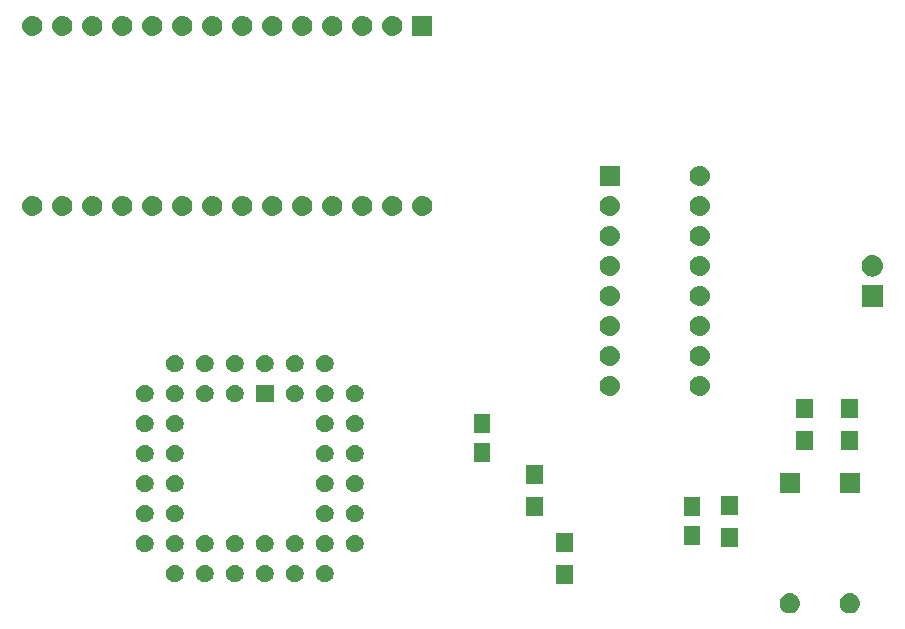
<source format=gbr>
G04 #@! TF.GenerationSoftware,KiCad,Pcbnew,(5.1.2-1)-1*
G04 #@! TF.CreationDate,2019-05-24T19:31:10+01:00*
G04 #@! TF.ProjectId,8840A_CPU_Programmer,38383430-415f-4435-9055-5f50726f6772,rev?*
G04 #@! TF.SameCoordinates,Original*
G04 #@! TF.FileFunction,Soldermask,Top*
G04 #@! TF.FilePolarity,Negative*
%FSLAX46Y46*%
G04 Gerber Fmt 4.6, Leading zero omitted, Abs format (unit mm)*
G04 Created by KiCad (PCBNEW (5.1.2-1)-1) date 2019-05-24 19:31:10*
%MOMM*%
%LPD*%
G04 APERTURE LIST*
%ADD10C,0.100000*%
G04 APERTURE END LIST*
D10*
G36*
X155741823Y-112191313D02*
G01*
X155902242Y-112239976D01*
X156034906Y-112310886D01*
X156050078Y-112318996D01*
X156179659Y-112425341D01*
X156286004Y-112554922D01*
X156286005Y-112554924D01*
X156365024Y-112702758D01*
X156413687Y-112863177D01*
X156430117Y-113030000D01*
X156413687Y-113196823D01*
X156365024Y-113357242D01*
X156294114Y-113489906D01*
X156286004Y-113505078D01*
X156179659Y-113634659D01*
X156050078Y-113741004D01*
X156050076Y-113741005D01*
X155902242Y-113820024D01*
X155741823Y-113868687D01*
X155616804Y-113881000D01*
X155533196Y-113881000D01*
X155408177Y-113868687D01*
X155247758Y-113820024D01*
X155099924Y-113741005D01*
X155099922Y-113741004D01*
X154970341Y-113634659D01*
X154863996Y-113505078D01*
X154855886Y-113489906D01*
X154784976Y-113357242D01*
X154736313Y-113196823D01*
X154719883Y-113030000D01*
X154736313Y-112863177D01*
X154784976Y-112702758D01*
X154863995Y-112554924D01*
X154863996Y-112554922D01*
X154970341Y-112425341D01*
X155099922Y-112318996D01*
X155115094Y-112310886D01*
X155247758Y-112239976D01*
X155408177Y-112191313D01*
X155533196Y-112179000D01*
X155616804Y-112179000D01*
X155741823Y-112191313D01*
X155741823Y-112191313D01*
G37*
G36*
X150661823Y-112191313D02*
G01*
X150822242Y-112239976D01*
X150954906Y-112310886D01*
X150970078Y-112318996D01*
X151099659Y-112425341D01*
X151206004Y-112554922D01*
X151206005Y-112554924D01*
X151285024Y-112702758D01*
X151333687Y-112863177D01*
X151350117Y-113030000D01*
X151333687Y-113196823D01*
X151285024Y-113357242D01*
X151214114Y-113489906D01*
X151206004Y-113505078D01*
X151099659Y-113634659D01*
X150970078Y-113741004D01*
X150970076Y-113741005D01*
X150822242Y-113820024D01*
X150661823Y-113868687D01*
X150536804Y-113881000D01*
X150453196Y-113881000D01*
X150328177Y-113868687D01*
X150167758Y-113820024D01*
X150019924Y-113741005D01*
X150019922Y-113741004D01*
X149890341Y-113634659D01*
X149783996Y-113505078D01*
X149775886Y-113489906D01*
X149704976Y-113357242D01*
X149656313Y-113196823D01*
X149639883Y-113030000D01*
X149656313Y-112863177D01*
X149704976Y-112702758D01*
X149783995Y-112554924D01*
X149783996Y-112554922D01*
X149890341Y-112425341D01*
X150019922Y-112318996D01*
X150035094Y-112310886D01*
X150167758Y-112239976D01*
X150328177Y-112191313D01*
X150453196Y-112179000D01*
X150536804Y-112179000D01*
X150661823Y-112191313D01*
X150661823Y-112191313D01*
G37*
G36*
X132146000Y-111371000D02*
G01*
X130744000Y-111371000D01*
X130744000Y-109769000D01*
X132146000Y-109769000D01*
X132146000Y-111371000D01*
X132146000Y-111371000D01*
G37*
G36*
X103599425Y-109744599D02*
G01*
X103723621Y-109769302D01*
X103860022Y-109825801D01*
X103982779Y-109907825D01*
X104087175Y-110012221D01*
X104169199Y-110134978D01*
X104225698Y-110271379D01*
X104254500Y-110416181D01*
X104254500Y-110563819D01*
X104225698Y-110708621D01*
X104169199Y-110845022D01*
X104087175Y-110967779D01*
X103982779Y-111072175D01*
X103860022Y-111154199D01*
X103723621Y-111210698D01*
X103599425Y-111235401D01*
X103578820Y-111239500D01*
X103431180Y-111239500D01*
X103410575Y-111235401D01*
X103286379Y-111210698D01*
X103149978Y-111154199D01*
X103027221Y-111072175D01*
X102922825Y-110967779D01*
X102840801Y-110845022D01*
X102784302Y-110708621D01*
X102755500Y-110563819D01*
X102755500Y-110416181D01*
X102784302Y-110271379D01*
X102840801Y-110134978D01*
X102922825Y-110012221D01*
X103027221Y-109907825D01*
X103149978Y-109825801D01*
X103286379Y-109769302D01*
X103410575Y-109744599D01*
X103431180Y-109740500D01*
X103578820Y-109740500D01*
X103599425Y-109744599D01*
X103599425Y-109744599D01*
G37*
G36*
X101059425Y-109744599D02*
G01*
X101183621Y-109769302D01*
X101320022Y-109825801D01*
X101442779Y-109907825D01*
X101547175Y-110012221D01*
X101629199Y-110134978D01*
X101685698Y-110271379D01*
X101714500Y-110416181D01*
X101714500Y-110563819D01*
X101685698Y-110708621D01*
X101629199Y-110845022D01*
X101547175Y-110967779D01*
X101442779Y-111072175D01*
X101320022Y-111154199D01*
X101183621Y-111210698D01*
X101059425Y-111235401D01*
X101038820Y-111239500D01*
X100891180Y-111239500D01*
X100870575Y-111235401D01*
X100746379Y-111210698D01*
X100609978Y-111154199D01*
X100487221Y-111072175D01*
X100382825Y-110967779D01*
X100300801Y-110845022D01*
X100244302Y-110708621D01*
X100215500Y-110563819D01*
X100215500Y-110416181D01*
X100244302Y-110271379D01*
X100300801Y-110134978D01*
X100382825Y-110012221D01*
X100487221Y-109907825D01*
X100609978Y-109825801D01*
X100746379Y-109769302D01*
X100870575Y-109744599D01*
X100891180Y-109740500D01*
X101038820Y-109740500D01*
X101059425Y-109744599D01*
X101059425Y-109744599D01*
G37*
G36*
X98519425Y-109744599D02*
G01*
X98643621Y-109769302D01*
X98780022Y-109825801D01*
X98902779Y-109907825D01*
X99007175Y-110012221D01*
X99089199Y-110134978D01*
X99145698Y-110271379D01*
X99174500Y-110416181D01*
X99174500Y-110563819D01*
X99145698Y-110708621D01*
X99089199Y-110845022D01*
X99007175Y-110967779D01*
X98902779Y-111072175D01*
X98780022Y-111154199D01*
X98643621Y-111210698D01*
X98519425Y-111235401D01*
X98498820Y-111239500D01*
X98351180Y-111239500D01*
X98330575Y-111235401D01*
X98206379Y-111210698D01*
X98069978Y-111154199D01*
X97947221Y-111072175D01*
X97842825Y-110967779D01*
X97760801Y-110845022D01*
X97704302Y-110708621D01*
X97675500Y-110563819D01*
X97675500Y-110416181D01*
X97704302Y-110271379D01*
X97760801Y-110134978D01*
X97842825Y-110012221D01*
X97947221Y-109907825D01*
X98069978Y-109825801D01*
X98206379Y-109769302D01*
X98330575Y-109744599D01*
X98351180Y-109740500D01*
X98498820Y-109740500D01*
X98519425Y-109744599D01*
X98519425Y-109744599D01*
G37*
G36*
X106139425Y-109744599D02*
G01*
X106263621Y-109769302D01*
X106400022Y-109825801D01*
X106522779Y-109907825D01*
X106627175Y-110012221D01*
X106709199Y-110134978D01*
X106765698Y-110271379D01*
X106794500Y-110416181D01*
X106794500Y-110563819D01*
X106765698Y-110708621D01*
X106709199Y-110845022D01*
X106627175Y-110967779D01*
X106522779Y-111072175D01*
X106400022Y-111154199D01*
X106263621Y-111210698D01*
X106139425Y-111235401D01*
X106118820Y-111239500D01*
X105971180Y-111239500D01*
X105950575Y-111235401D01*
X105826379Y-111210698D01*
X105689978Y-111154199D01*
X105567221Y-111072175D01*
X105462825Y-110967779D01*
X105380801Y-110845022D01*
X105324302Y-110708621D01*
X105295500Y-110563819D01*
X105295500Y-110416181D01*
X105324302Y-110271379D01*
X105380801Y-110134978D01*
X105462825Y-110012221D01*
X105567221Y-109907825D01*
X105689978Y-109825801D01*
X105826379Y-109769302D01*
X105950575Y-109744599D01*
X105971180Y-109740500D01*
X106118820Y-109740500D01*
X106139425Y-109744599D01*
X106139425Y-109744599D01*
G37*
G36*
X111219425Y-109744599D02*
G01*
X111343621Y-109769302D01*
X111480022Y-109825801D01*
X111602779Y-109907825D01*
X111707175Y-110012221D01*
X111789199Y-110134978D01*
X111845698Y-110271379D01*
X111874500Y-110416181D01*
X111874500Y-110563819D01*
X111845698Y-110708621D01*
X111789199Y-110845022D01*
X111707175Y-110967779D01*
X111602779Y-111072175D01*
X111480022Y-111154199D01*
X111343621Y-111210698D01*
X111219425Y-111235401D01*
X111198820Y-111239500D01*
X111051180Y-111239500D01*
X111030575Y-111235401D01*
X110906379Y-111210698D01*
X110769978Y-111154199D01*
X110647221Y-111072175D01*
X110542825Y-110967779D01*
X110460801Y-110845022D01*
X110404302Y-110708621D01*
X110375500Y-110563819D01*
X110375500Y-110416181D01*
X110404302Y-110271379D01*
X110460801Y-110134978D01*
X110542825Y-110012221D01*
X110647221Y-109907825D01*
X110769978Y-109825801D01*
X110906379Y-109769302D01*
X111030575Y-109744599D01*
X111051180Y-109740500D01*
X111198820Y-109740500D01*
X111219425Y-109744599D01*
X111219425Y-109744599D01*
G37*
G36*
X108679425Y-109744599D02*
G01*
X108803621Y-109769302D01*
X108940022Y-109825801D01*
X109062779Y-109907825D01*
X109167175Y-110012221D01*
X109249199Y-110134978D01*
X109305698Y-110271379D01*
X109334500Y-110416181D01*
X109334500Y-110563819D01*
X109305698Y-110708621D01*
X109249199Y-110845022D01*
X109167175Y-110967779D01*
X109062779Y-111072175D01*
X108940022Y-111154199D01*
X108803621Y-111210698D01*
X108679425Y-111235401D01*
X108658820Y-111239500D01*
X108511180Y-111239500D01*
X108490575Y-111235401D01*
X108366379Y-111210698D01*
X108229978Y-111154199D01*
X108107221Y-111072175D01*
X108002825Y-110967779D01*
X107920801Y-110845022D01*
X107864302Y-110708621D01*
X107835500Y-110563819D01*
X107835500Y-110416181D01*
X107864302Y-110271379D01*
X107920801Y-110134978D01*
X108002825Y-110012221D01*
X108107221Y-109907825D01*
X108229978Y-109825801D01*
X108366379Y-109769302D01*
X108490575Y-109744599D01*
X108511180Y-109740500D01*
X108658820Y-109740500D01*
X108679425Y-109744599D01*
X108679425Y-109744599D01*
G37*
G36*
X95979425Y-107204599D02*
G01*
X96103621Y-107229302D01*
X96240022Y-107285801D01*
X96362779Y-107367825D01*
X96467175Y-107472221D01*
X96549199Y-107594978D01*
X96605698Y-107731379D01*
X96634500Y-107876181D01*
X96634500Y-108023819D01*
X96605698Y-108168621D01*
X96549199Y-108305022D01*
X96467175Y-108427779D01*
X96362779Y-108532175D01*
X96240022Y-108614199D01*
X96103621Y-108670698D01*
X95979425Y-108695401D01*
X95958820Y-108699500D01*
X95811180Y-108699500D01*
X95790575Y-108695401D01*
X95666379Y-108670698D01*
X95529978Y-108614199D01*
X95407221Y-108532175D01*
X95302825Y-108427779D01*
X95220801Y-108305022D01*
X95164302Y-108168621D01*
X95135500Y-108023819D01*
X95135500Y-107876181D01*
X95164302Y-107731379D01*
X95220801Y-107594978D01*
X95302825Y-107472221D01*
X95407221Y-107367825D01*
X95529978Y-107285801D01*
X95666379Y-107229302D01*
X95790575Y-107204599D01*
X95811180Y-107200500D01*
X95958820Y-107200500D01*
X95979425Y-107204599D01*
X95979425Y-107204599D01*
G37*
G36*
X98519425Y-107204599D02*
G01*
X98643621Y-107229302D01*
X98780022Y-107285801D01*
X98902779Y-107367825D01*
X99007175Y-107472221D01*
X99089199Y-107594978D01*
X99145698Y-107731379D01*
X99174500Y-107876181D01*
X99174500Y-108023819D01*
X99145698Y-108168621D01*
X99089199Y-108305022D01*
X99007175Y-108427779D01*
X98902779Y-108532175D01*
X98780022Y-108614199D01*
X98643621Y-108670698D01*
X98519425Y-108695401D01*
X98498820Y-108699500D01*
X98351180Y-108699500D01*
X98330575Y-108695401D01*
X98206379Y-108670698D01*
X98069978Y-108614199D01*
X97947221Y-108532175D01*
X97842825Y-108427779D01*
X97760801Y-108305022D01*
X97704302Y-108168621D01*
X97675500Y-108023819D01*
X97675500Y-107876181D01*
X97704302Y-107731379D01*
X97760801Y-107594978D01*
X97842825Y-107472221D01*
X97947221Y-107367825D01*
X98069978Y-107285801D01*
X98206379Y-107229302D01*
X98330575Y-107204599D01*
X98351180Y-107200500D01*
X98498820Y-107200500D01*
X98519425Y-107204599D01*
X98519425Y-107204599D01*
G37*
G36*
X101059425Y-107204599D02*
G01*
X101183621Y-107229302D01*
X101320022Y-107285801D01*
X101442779Y-107367825D01*
X101547175Y-107472221D01*
X101629199Y-107594978D01*
X101685698Y-107731379D01*
X101714500Y-107876181D01*
X101714500Y-108023819D01*
X101685698Y-108168621D01*
X101629199Y-108305022D01*
X101547175Y-108427779D01*
X101442779Y-108532175D01*
X101320022Y-108614199D01*
X101183621Y-108670698D01*
X101059425Y-108695401D01*
X101038820Y-108699500D01*
X100891180Y-108699500D01*
X100870575Y-108695401D01*
X100746379Y-108670698D01*
X100609978Y-108614199D01*
X100487221Y-108532175D01*
X100382825Y-108427779D01*
X100300801Y-108305022D01*
X100244302Y-108168621D01*
X100215500Y-108023819D01*
X100215500Y-107876181D01*
X100244302Y-107731379D01*
X100300801Y-107594978D01*
X100382825Y-107472221D01*
X100487221Y-107367825D01*
X100609978Y-107285801D01*
X100746379Y-107229302D01*
X100870575Y-107204599D01*
X100891180Y-107200500D01*
X101038820Y-107200500D01*
X101059425Y-107204599D01*
X101059425Y-107204599D01*
G37*
G36*
X111219425Y-107204599D02*
G01*
X111343621Y-107229302D01*
X111480022Y-107285801D01*
X111602779Y-107367825D01*
X111707175Y-107472221D01*
X111789199Y-107594978D01*
X111845698Y-107731379D01*
X111874500Y-107876181D01*
X111874500Y-108023819D01*
X111845698Y-108168621D01*
X111789199Y-108305022D01*
X111707175Y-108427779D01*
X111602779Y-108532175D01*
X111480022Y-108614199D01*
X111343621Y-108670698D01*
X111219425Y-108695401D01*
X111198820Y-108699500D01*
X111051180Y-108699500D01*
X111030575Y-108695401D01*
X110906379Y-108670698D01*
X110769978Y-108614199D01*
X110647221Y-108532175D01*
X110542825Y-108427779D01*
X110460801Y-108305022D01*
X110404302Y-108168621D01*
X110375500Y-108023819D01*
X110375500Y-107876181D01*
X110404302Y-107731379D01*
X110460801Y-107594978D01*
X110542825Y-107472221D01*
X110647221Y-107367825D01*
X110769978Y-107285801D01*
X110906379Y-107229302D01*
X111030575Y-107204599D01*
X111051180Y-107200500D01*
X111198820Y-107200500D01*
X111219425Y-107204599D01*
X111219425Y-107204599D01*
G37*
G36*
X113759425Y-107204599D02*
G01*
X113883621Y-107229302D01*
X114020022Y-107285801D01*
X114142779Y-107367825D01*
X114247175Y-107472221D01*
X114329199Y-107594978D01*
X114385698Y-107731379D01*
X114414500Y-107876181D01*
X114414500Y-108023819D01*
X114385698Y-108168621D01*
X114329199Y-108305022D01*
X114247175Y-108427779D01*
X114142779Y-108532175D01*
X114020022Y-108614199D01*
X113883621Y-108670698D01*
X113759425Y-108695401D01*
X113738820Y-108699500D01*
X113591180Y-108699500D01*
X113570575Y-108695401D01*
X113446379Y-108670698D01*
X113309978Y-108614199D01*
X113187221Y-108532175D01*
X113082825Y-108427779D01*
X113000801Y-108305022D01*
X112944302Y-108168621D01*
X112915500Y-108023819D01*
X112915500Y-107876181D01*
X112944302Y-107731379D01*
X113000801Y-107594978D01*
X113082825Y-107472221D01*
X113187221Y-107367825D01*
X113309978Y-107285801D01*
X113446379Y-107229302D01*
X113570575Y-107204599D01*
X113591180Y-107200500D01*
X113738820Y-107200500D01*
X113759425Y-107204599D01*
X113759425Y-107204599D01*
G37*
G36*
X103599425Y-107204599D02*
G01*
X103723621Y-107229302D01*
X103860022Y-107285801D01*
X103982779Y-107367825D01*
X104087175Y-107472221D01*
X104169199Y-107594978D01*
X104225698Y-107731379D01*
X104254500Y-107876181D01*
X104254500Y-108023819D01*
X104225698Y-108168621D01*
X104169199Y-108305022D01*
X104087175Y-108427779D01*
X103982779Y-108532175D01*
X103860022Y-108614199D01*
X103723621Y-108670698D01*
X103599425Y-108695401D01*
X103578820Y-108699500D01*
X103431180Y-108699500D01*
X103410575Y-108695401D01*
X103286379Y-108670698D01*
X103149978Y-108614199D01*
X103027221Y-108532175D01*
X102922825Y-108427779D01*
X102840801Y-108305022D01*
X102784302Y-108168621D01*
X102755500Y-108023819D01*
X102755500Y-107876181D01*
X102784302Y-107731379D01*
X102840801Y-107594978D01*
X102922825Y-107472221D01*
X103027221Y-107367825D01*
X103149978Y-107285801D01*
X103286379Y-107229302D01*
X103410575Y-107204599D01*
X103431180Y-107200500D01*
X103578820Y-107200500D01*
X103599425Y-107204599D01*
X103599425Y-107204599D01*
G37*
G36*
X108679425Y-107204599D02*
G01*
X108803621Y-107229302D01*
X108940022Y-107285801D01*
X109062779Y-107367825D01*
X109167175Y-107472221D01*
X109249199Y-107594978D01*
X109305698Y-107731379D01*
X109334500Y-107876181D01*
X109334500Y-108023819D01*
X109305698Y-108168621D01*
X109249199Y-108305022D01*
X109167175Y-108427779D01*
X109062779Y-108532175D01*
X108940022Y-108614199D01*
X108803621Y-108670698D01*
X108679425Y-108695401D01*
X108658820Y-108699500D01*
X108511180Y-108699500D01*
X108490575Y-108695401D01*
X108366379Y-108670698D01*
X108229978Y-108614199D01*
X108107221Y-108532175D01*
X108002825Y-108427779D01*
X107920801Y-108305022D01*
X107864302Y-108168621D01*
X107835500Y-108023819D01*
X107835500Y-107876181D01*
X107864302Y-107731379D01*
X107920801Y-107594978D01*
X108002825Y-107472221D01*
X108107221Y-107367825D01*
X108229978Y-107285801D01*
X108366379Y-107229302D01*
X108490575Y-107204599D01*
X108511180Y-107200500D01*
X108658820Y-107200500D01*
X108679425Y-107204599D01*
X108679425Y-107204599D01*
G37*
G36*
X106139425Y-107204599D02*
G01*
X106263621Y-107229302D01*
X106400022Y-107285801D01*
X106522779Y-107367825D01*
X106627175Y-107472221D01*
X106709199Y-107594978D01*
X106765698Y-107731379D01*
X106794500Y-107876181D01*
X106794500Y-108023819D01*
X106765698Y-108168621D01*
X106709199Y-108305022D01*
X106627175Y-108427779D01*
X106522779Y-108532175D01*
X106400022Y-108614199D01*
X106263621Y-108670698D01*
X106139425Y-108695401D01*
X106118820Y-108699500D01*
X105971180Y-108699500D01*
X105950575Y-108695401D01*
X105826379Y-108670698D01*
X105689978Y-108614199D01*
X105567221Y-108532175D01*
X105462825Y-108427779D01*
X105380801Y-108305022D01*
X105324302Y-108168621D01*
X105295500Y-108023819D01*
X105295500Y-107876181D01*
X105324302Y-107731379D01*
X105380801Y-107594978D01*
X105462825Y-107472221D01*
X105567221Y-107367825D01*
X105689978Y-107285801D01*
X105826379Y-107229302D01*
X105950575Y-107204599D01*
X105971180Y-107200500D01*
X106118820Y-107200500D01*
X106139425Y-107204599D01*
X106139425Y-107204599D01*
G37*
G36*
X132146000Y-108671000D02*
G01*
X130744000Y-108671000D01*
X130744000Y-107069000D01*
X132146000Y-107069000D01*
X132146000Y-108671000D01*
X132146000Y-108671000D01*
G37*
G36*
X146116000Y-108276000D02*
G01*
X144714000Y-108276000D01*
X144714000Y-106674000D01*
X146116000Y-106674000D01*
X146116000Y-108276000D01*
X146116000Y-108276000D01*
G37*
G36*
X142916000Y-108116000D02*
G01*
X141564000Y-108116000D01*
X141564000Y-106514000D01*
X142916000Y-106514000D01*
X142916000Y-108116000D01*
X142916000Y-108116000D01*
G37*
G36*
X95979425Y-104664599D02*
G01*
X96103621Y-104689302D01*
X96240022Y-104745801D01*
X96362779Y-104827825D01*
X96467175Y-104932221D01*
X96549199Y-105054978D01*
X96605698Y-105191379D01*
X96634500Y-105336181D01*
X96634500Y-105483819D01*
X96605698Y-105628621D01*
X96549199Y-105765022D01*
X96467175Y-105887779D01*
X96362779Y-105992175D01*
X96240022Y-106074199D01*
X96103621Y-106130698D01*
X95979425Y-106155401D01*
X95958820Y-106159500D01*
X95811180Y-106159500D01*
X95790575Y-106155401D01*
X95666379Y-106130698D01*
X95529978Y-106074199D01*
X95407221Y-105992175D01*
X95302825Y-105887779D01*
X95220801Y-105765022D01*
X95164302Y-105628621D01*
X95135500Y-105483819D01*
X95135500Y-105336181D01*
X95164302Y-105191379D01*
X95220801Y-105054978D01*
X95302825Y-104932221D01*
X95407221Y-104827825D01*
X95529978Y-104745801D01*
X95666379Y-104689302D01*
X95790575Y-104664599D01*
X95811180Y-104660500D01*
X95958820Y-104660500D01*
X95979425Y-104664599D01*
X95979425Y-104664599D01*
G37*
G36*
X98519425Y-104664599D02*
G01*
X98643621Y-104689302D01*
X98780022Y-104745801D01*
X98902779Y-104827825D01*
X99007175Y-104932221D01*
X99089199Y-105054978D01*
X99145698Y-105191379D01*
X99174500Y-105336181D01*
X99174500Y-105483819D01*
X99145698Y-105628621D01*
X99089199Y-105765022D01*
X99007175Y-105887779D01*
X98902779Y-105992175D01*
X98780022Y-106074199D01*
X98643621Y-106130698D01*
X98519425Y-106155401D01*
X98498820Y-106159500D01*
X98351180Y-106159500D01*
X98330575Y-106155401D01*
X98206379Y-106130698D01*
X98069978Y-106074199D01*
X97947221Y-105992175D01*
X97842825Y-105887779D01*
X97760801Y-105765022D01*
X97704302Y-105628621D01*
X97675500Y-105483819D01*
X97675500Y-105336181D01*
X97704302Y-105191379D01*
X97760801Y-105054978D01*
X97842825Y-104932221D01*
X97947221Y-104827825D01*
X98069978Y-104745801D01*
X98206379Y-104689302D01*
X98330575Y-104664599D01*
X98351180Y-104660500D01*
X98498820Y-104660500D01*
X98519425Y-104664599D01*
X98519425Y-104664599D01*
G37*
G36*
X113759425Y-104664599D02*
G01*
X113883621Y-104689302D01*
X114020022Y-104745801D01*
X114142779Y-104827825D01*
X114247175Y-104932221D01*
X114329199Y-105054978D01*
X114385698Y-105191379D01*
X114414500Y-105336181D01*
X114414500Y-105483819D01*
X114385698Y-105628621D01*
X114329199Y-105765022D01*
X114247175Y-105887779D01*
X114142779Y-105992175D01*
X114020022Y-106074199D01*
X113883621Y-106130698D01*
X113759425Y-106155401D01*
X113738820Y-106159500D01*
X113591180Y-106159500D01*
X113570575Y-106155401D01*
X113446379Y-106130698D01*
X113309978Y-106074199D01*
X113187221Y-105992175D01*
X113082825Y-105887779D01*
X113000801Y-105765022D01*
X112944302Y-105628621D01*
X112915500Y-105483819D01*
X112915500Y-105336181D01*
X112944302Y-105191379D01*
X113000801Y-105054978D01*
X113082825Y-104932221D01*
X113187221Y-104827825D01*
X113309978Y-104745801D01*
X113446379Y-104689302D01*
X113570575Y-104664599D01*
X113591180Y-104660500D01*
X113738820Y-104660500D01*
X113759425Y-104664599D01*
X113759425Y-104664599D01*
G37*
G36*
X111219425Y-104664599D02*
G01*
X111343621Y-104689302D01*
X111480022Y-104745801D01*
X111602779Y-104827825D01*
X111707175Y-104932221D01*
X111789199Y-105054978D01*
X111845698Y-105191379D01*
X111874500Y-105336181D01*
X111874500Y-105483819D01*
X111845698Y-105628621D01*
X111789199Y-105765022D01*
X111707175Y-105887779D01*
X111602779Y-105992175D01*
X111480022Y-106074199D01*
X111343621Y-106130698D01*
X111219425Y-106155401D01*
X111198820Y-106159500D01*
X111051180Y-106159500D01*
X111030575Y-106155401D01*
X110906379Y-106130698D01*
X110769978Y-106074199D01*
X110647221Y-105992175D01*
X110542825Y-105887779D01*
X110460801Y-105765022D01*
X110404302Y-105628621D01*
X110375500Y-105483819D01*
X110375500Y-105336181D01*
X110404302Y-105191379D01*
X110460801Y-105054978D01*
X110542825Y-104932221D01*
X110647221Y-104827825D01*
X110769978Y-104745801D01*
X110906379Y-104689302D01*
X111030575Y-104664599D01*
X111051180Y-104660500D01*
X111198820Y-104660500D01*
X111219425Y-104664599D01*
X111219425Y-104664599D01*
G37*
G36*
X129606000Y-105656000D02*
G01*
X128204000Y-105656000D01*
X128204000Y-104054000D01*
X129606000Y-104054000D01*
X129606000Y-105656000D01*
X129606000Y-105656000D01*
G37*
G36*
X142916000Y-105616000D02*
G01*
X141564000Y-105616000D01*
X141564000Y-104014000D01*
X142916000Y-104014000D01*
X142916000Y-105616000D01*
X142916000Y-105616000D01*
G37*
G36*
X146116000Y-105576000D02*
G01*
X144714000Y-105576000D01*
X144714000Y-103974000D01*
X146116000Y-103974000D01*
X146116000Y-105576000D01*
X146116000Y-105576000D01*
G37*
G36*
X156426000Y-103721000D02*
G01*
X154724000Y-103721000D01*
X154724000Y-102019000D01*
X156426000Y-102019000D01*
X156426000Y-103721000D01*
X156426000Y-103721000D01*
G37*
G36*
X151346000Y-103721000D02*
G01*
X149644000Y-103721000D01*
X149644000Y-102019000D01*
X151346000Y-102019000D01*
X151346000Y-103721000D01*
X151346000Y-103721000D01*
G37*
G36*
X95979425Y-102124599D02*
G01*
X96103621Y-102149302D01*
X96240022Y-102205801D01*
X96362779Y-102287825D01*
X96467175Y-102392221D01*
X96549199Y-102514978D01*
X96605698Y-102651379D01*
X96634500Y-102796181D01*
X96634500Y-102943819D01*
X96605698Y-103088621D01*
X96549199Y-103225022D01*
X96467175Y-103347779D01*
X96362779Y-103452175D01*
X96240022Y-103534199D01*
X96103621Y-103590698D01*
X95979425Y-103615401D01*
X95958820Y-103619500D01*
X95811180Y-103619500D01*
X95790575Y-103615401D01*
X95666379Y-103590698D01*
X95529978Y-103534199D01*
X95407221Y-103452175D01*
X95302825Y-103347779D01*
X95220801Y-103225022D01*
X95164302Y-103088621D01*
X95135500Y-102943819D01*
X95135500Y-102796181D01*
X95164302Y-102651379D01*
X95220801Y-102514978D01*
X95302825Y-102392221D01*
X95407221Y-102287825D01*
X95529978Y-102205801D01*
X95666379Y-102149302D01*
X95790575Y-102124599D01*
X95811180Y-102120500D01*
X95958820Y-102120500D01*
X95979425Y-102124599D01*
X95979425Y-102124599D01*
G37*
G36*
X98519425Y-102124599D02*
G01*
X98643621Y-102149302D01*
X98780022Y-102205801D01*
X98902779Y-102287825D01*
X99007175Y-102392221D01*
X99089199Y-102514978D01*
X99145698Y-102651379D01*
X99174500Y-102796181D01*
X99174500Y-102943819D01*
X99145698Y-103088621D01*
X99089199Y-103225022D01*
X99007175Y-103347779D01*
X98902779Y-103452175D01*
X98780022Y-103534199D01*
X98643621Y-103590698D01*
X98519425Y-103615401D01*
X98498820Y-103619500D01*
X98351180Y-103619500D01*
X98330575Y-103615401D01*
X98206379Y-103590698D01*
X98069978Y-103534199D01*
X97947221Y-103452175D01*
X97842825Y-103347779D01*
X97760801Y-103225022D01*
X97704302Y-103088621D01*
X97675500Y-102943819D01*
X97675500Y-102796181D01*
X97704302Y-102651379D01*
X97760801Y-102514978D01*
X97842825Y-102392221D01*
X97947221Y-102287825D01*
X98069978Y-102205801D01*
X98206379Y-102149302D01*
X98330575Y-102124599D01*
X98351180Y-102120500D01*
X98498820Y-102120500D01*
X98519425Y-102124599D01*
X98519425Y-102124599D01*
G37*
G36*
X111219425Y-102124599D02*
G01*
X111343621Y-102149302D01*
X111480022Y-102205801D01*
X111602779Y-102287825D01*
X111707175Y-102392221D01*
X111789199Y-102514978D01*
X111845698Y-102651379D01*
X111874500Y-102796181D01*
X111874500Y-102943819D01*
X111845698Y-103088621D01*
X111789199Y-103225022D01*
X111707175Y-103347779D01*
X111602779Y-103452175D01*
X111480022Y-103534199D01*
X111343621Y-103590698D01*
X111219425Y-103615401D01*
X111198820Y-103619500D01*
X111051180Y-103619500D01*
X111030575Y-103615401D01*
X110906379Y-103590698D01*
X110769978Y-103534199D01*
X110647221Y-103452175D01*
X110542825Y-103347779D01*
X110460801Y-103225022D01*
X110404302Y-103088621D01*
X110375500Y-102943819D01*
X110375500Y-102796181D01*
X110404302Y-102651379D01*
X110460801Y-102514978D01*
X110542825Y-102392221D01*
X110647221Y-102287825D01*
X110769978Y-102205801D01*
X110906379Y-102149302D01*
X111030575Y-102124599D01*
X111051180Y-102120500D01*
X111198820Y-102120500D01*
X111219425Y-102124599D01*
X111219425Y-102124599D01*
G37*
G36*
X113759425Y-102124599D02*
G01*
X113883621Y-102149302D01*
X114020022Y-102205801D01*
X114142779Y-102287825D01*
X114247175Y-102392221D01*
X114329199Y-102514978D01*
X114385698Y-102651379D01*
X114414500Y-102796181D01*
X114414500Y-102943819D01*
X114385698Y-103088621D01*
X114329199Y-103225022D01*
X114247175Y-103347779D01*
X114142779Y-103452175D01*
X114020022Y-103534199D01*
X113883621Y-103590698D01*
X113759425Y-103615401D01*
X113738820Y-103619500D01*
X113591180Y-103619500D01*
X113570575Y-103615401D01*
X113446379Y-103590698D01*
X113309978Y-103534199D01*
X113187221Y-103452175D01*
X113082825Y-103347779D01*
X113000801Y-103225022D01*
X112944302Y-103088621D01*
X112915500Y-102943819D01*
X112915500Y-102796181D01*
X112944302Y-102651379D01*
X113000801Y-102514978D01*
X113082825Y-102392221D01*
X113187221Y-102287825D01*
X113309978Y-102205801D01*
X113446379Y-102149302D01*
X113570575Y-102124599D01*
X113591180Y-102120500D01*
X113738820Y-102120500D01*
X113759425Y-102124599D01*
X113759425Y-102124599D01*
G37*
G36*
X129606000Y-102956000D02*
G01*
X128204000Y-102956000D01*
X128204000Y-101354000D01*
X129606000Y-101354000D01*
X129606000Y-102956000D01*
X129606000Y-102956000D01*
G37*
G36*
X125136000Y-101091000D02*
G01*
X123784000Y-101091000D01*
X123784000Y-99489000D01*
X125136000Y-99489000D01*
X125136000Y-101091000D01*
X125136000Y-101091000D01*
G37*
G36*
X111219425Y-99584599D02*
G01*
X111343621Y-99609302D01*
X111480022Y-99665801D01*
X111602779Y-99747825D01*
X111707175Y-99852221D01*
X111789199Y-99974978D01*
X111845698Y-100111379D01*
X111874500Y-100256181D01*
X111874500Y-100403819D01*
X111845698Y-100548621D01*
X111789199Y-100685022D01*
X111707175Y-100807779D01*
X111602779Y-100912175D01*
X111480022Y-100994199D01*
X111343621Y-101050698D01*
X111219425Y-101075401D01*
X111198820Y-101079500D01*
X111051180Y-101079500D01*
X111030575Y-101075401D01*
X110906379Y-101050698D01*
X110769978Y-100994199D01*
X110647221Y-100912175D01*
X110542825Y-100807779D01*
X110460801Y-100685022D01*
X110404302Y-100548621D01*
X110375500Y-100403819D01*
X110375500Y-100256181D01*
X110404302Y-100111379D01*
X110460801Y-99974978D01*
X110542825Y-99852221D01*
X110647221Y-99747825D01*
X110769978Y-99665801D01*
X110906379Y-99609302D01*
X111030575Y-99584599D01*
X111051180Y-99580500D01*
X111198820Y-99580500D01*
X111219425Y-99584599D01*
X111219425Y-99584599D01*
G37*
G36*
X98519425Y-99584599D02*
G01*
X98643621Y-99609302D01*
X98780022Y-99665801D01*
X98902779Y-99747825D01*
X99007175Y-99852221D01*
X99089199Y-99974978D01*
X99145698Y-100111379D01*
X99174500Y-100256181D01*
X99174500Y-100403819D01*
X99145698Y-100548621D01*
X99089199Y-100685022D01*
X99007175Y-100807779D01*
X98902779Y-100912175D01*
X98780022Y-100994199D01*
X98643621Y-101050698D01*
X98519425Y-101075401D01*
X98498820Y-101079500D01*
X98351180Y-101079500D01*
X98330575Y-101075401D01*
X98206379Y-101050698D01*
X98069978Y-100994199D01*
X97947221Y-100912175D01*
X97842825Y-100807779D01*
X97760801Y-100685022D01*
X97704302Y-100548621D01*
X97675500Y-100403819D01*
X97675500Y-100256181D01*
X97704302Y-100111379D01*
X97760801Y-99974978D01*
X97842825Y-99852221D01*
X97947221Y-99747825D01*
X98069978Y-99665801D01*
X98206379Y-99609302D01*
X98330575Y-99584599D01*
X98351180Y-99580500D01*
X98498820Y-99580500D01*
X98519425Y-99584599D01*
X98519425Y-99584599D01*
G37*
G36*
X95979425Y-99584599D02*
G01*
X96103621Y-99609302D01*
X96240022Y-99665801D01*
X96362779Y-99747825D01*
X96467175Y-99852221D01*
X96549199Y-99974978D01*
X96605698Y-100111379D01*
X96634500Y-100256181D01*
X96634500Y-100403819D01*
X96605698Y-100548621D01*
X96549199Y-100685022D01*
X96467175Y-100807779D01*
X96362779Y-100912175D01*
X96240022Y-100994199D01*
X96103621Y-101050698D01*
X95979425Y-101075401D01*
X95958820Y-101079500D01*
X95811180Y-101079500D01*
X95790575Y-101075401D01*
X95666379Y-101050698D01*
X95529978Y-100994199D01*
X95407221Y-100912175D01*
X95302825Y-100807779D01*
X95220801Y-100685022D01*
X95164302Y-100548621D01*
X95135500Y-100403819D01*
X95135500Y-100256181D01*
X95164302Y-100111379D01*
X95220801Y-99974978D01*
X95302825Y-99852221D01*
X95407221Y-99747825D01*
X95529978Y-99665801D01*
X95666379Y-99609302D01*
X95790575Y-99584599D01*
X95811180Y-99580500D01*
X95958820Y-99580500D01*
X95979425Y-99584599D01*
X95979425Y-99584599D01*
G37*
G36*
X113759425Y-99584599D02*
G01*
X113883621Y-99609302D01*
X114020022Y-99665801D01*
X114142779Y-99747825D01*
X114247175Y-99852221D01*
X114329199Y-99974978D01*
X114385698Y-100111379D01*
X114414500Y-100256181D01*
X114414500Y-100403819D01*
X114385698Y-100548621D01*
X114329199Y-100685022D01*
X114247175Y-100807779D01*
X114142779Y-100912175D01*
X114020022Y-100994199D01*
X113883621Y-101050698D01*
X113759425Y-101075401D01*
X113738820Y-101079500D01*
X113591180Y-101079500D01*
X113570575Y-101075401D01*
X113446379Y-101050698D01*
X113309978Y-100994199D01*
X113187221Y-100912175D01*
X113082825Y-100807779D01*
X113000801Y-100685022D01*
X112944302Y-100548621D01*
X112915500Y-100403819D01*
X112915500Y-100256181D01*
X112944302Y-100111379D01*
X113000801Y-99974978D01*
X113082825Y-99852221D01*
X113187221Y-99747825D01*
X113309978Y-99665801D01*
X113446379Y-99609302D01*
X113570575Y-99584599D01*
X113591180Y-99580500D01*
X113738820Y-99580500D01*
X113759425Y-99584599D01*
X113759425Y-99584599D01*
G37*
G36*
X156276000Y-100021000D02*
G01*
X154874000Y-100021000D01*
X154874000Y-98419000D01*
X156276000Y-98419000D01*
X156276000Y-100021000D01*
X156276000Y-100021000D01*
G37*
G36*
X152466000Y-100021000D02*
G01*
X151064000Y-100021000D01*
X151064000Y-98419000D01*
X152466000Y-98419000D01*
X152466000Y-100021000D01*
X152466000Y-100021000D01*
G37*
G36*
X125136000Y-98591000D02*
G01*
X123784000Y-98591000D01*
X123784000Y-96989000D01*
X125136000Y-96989000D01*
X125136000Y-98591000D01*
X125136000Y-98591000D01*
G37*
G36*
X113759425Y-97044599D02*
G01*
X113883621Y-97069302D01*
X114020022Y-97125801D01*
X114142779Y-97207825D01*
X114247175Y-97312221D01*
X114329199Y-97434978D01*
X114385698Y-97571379D01*
X114414500Y-97716181D01*
X114414500Y-97863819D01*
X114385698Y-98008621D01*
X114329199Y-98145022D01*
X114247175Y-98267779D01*
X114142779Y-98372175D01*
X114020022Y-98454199D01*
X113883621Y-98510698D01*
X113759425Y-98535401D01*
X113738820Y-98539500D01*
X113591180Y-98539500D01*
X113570575Y-98535401D01*
X113446379Y-98510698D01*
X113309978Y-98454199D01*
X113187221Y-98372175D01*
X113082825Y-98267779D01*
X113000801Y-98145022D01*
X112944302Y-98008621D01*
X112915500Y-97863819D01*
X112915500Y-97716181D01*
X112944302Y-97571379D01*
X113000801Y-97434978D01*
X113082825Y-97312221D01*
X113187221Y-97207825D01*
X113309978Y-97125801D01*
X113446379Y-97069302D01*
X113570575Y-97044599D01*
X113591180Y-97040500D01*
X113738820Y-97040500D01*
X113759425Y-97044599D01*
X113759425Y-97044599D01*
G37*
G36*
X111219425Y-97044599D02*
G01*
X111343621Y-97069302D01*
X111480022Y-97125801D01*
X111602779Y-97207825D01*
X111707175Y-97312221D01*
X111789199Y-97434978D01*
X111845698Y-97571379D01*
X111874500Y-97716181D01*
X111874500Y-97863819D01*
X111845698Y-98008621D01*
X111789199Y-98145022D01*
X111707175Y-98267779D01*
X111602779Y-98372175D01*
X111480022Y-98454199D01*
X111343621Y-98510698D01*
X111219425Y-98535401D01*
X111198820Y-98539500D01*
X111051180Y-98539500D01*
X111030575Y-98535401D01*
X110906379Y-98510698D01*
X110769978Y-98454199D01*
X110647221Y-98372175D01*
X110542825Y-98267779D01*
X110460801Y-98145022D01*
X110404302Y-98008621D01*
X110375500Y-97863819D01*
X110375500Y-97716181D01*
X110404302Y-97571379D01*
X110460801Y-97434978D01*
X110542825Y-97312221D01*
X110647221Y-97207825D01*
X110769978Y-97125801D01*
X110906379Y-97069302D01*
X111030575Y-97044599D01*
X111051180Y-97040500D01*
X111198820Y-97040500D01*
X111219425Y-97044599D01*
X111219425Y-97044599D01*
G37*
G36*
X98519425Y-97044599D02*
G01*
X98643621Y-97069302D01*
X98780022Y-97125801D01*
X98902779Y-97207825D01*
X99007175Y-97312221D01*
X99089199Y-97434978D01*
X99145698Y-97571379D01*
X99174500Y-97716181D01*
X99174500Y-97863819D01*
X99145698Y-98008621D01*
X99089199Y-98145022D01*
X99007175Y-98267779D01*
X98902779Y-98372175D01*
X98780022Y-98454199D01*
X98643621Y-98510698D01*
X98519425Y-98535401D01*
X98498820Y-98539500D01*
X98351180Y-98539500D01*
X98330575Y-98535401D01*
X98206379Y-98510698D01*
X98069978Y-98454199D01*
X97947221Y-98372175D01*
X97842825Y-98267779D01*
X97760801Y-98145022D01*
X97704302Y-98008621D01*
X97675500Y-97863819D01*
X97675500Y-97716181D01*
X97704302Y-97571379D01*
X97760801Y-97434978D01*
X97842825Y-97312221D01*
X97947221Y-97207825D01*
X98069978Y-97125801D01*
X98206379Y-97069302D01*
X98330575Y-97044599D01*
X98351180Y-97040500D01*
X98498820Y-97040500D01*
X98519425Y-97044599D01*
X98519425Y-97044599D01*
G37*
G36*
X95979425Y-97044599D02*
G01*
X96103621Y-97069302D01*
X96240022Y-97125801D01*
X96362779Y-97207825D01*
X96467175Y-97312221D01*
X96549199Y-97434978D01*
X96605698Y-97571379D01*
X96634500Y-97716181D01*
X96634500Y-97863819D01*
X96605698Y-98008621D01*
X96549199Y-98145022D01*
X96467175Y-98267779D01*
X96362779Y-98372175D01*
X96240022Y-98454199D01*
X96103621Y-98510698D01*
X95979425Y-98535401D01*
X95958820Y-98539500D01*
X95811180Y-98539500D01*
X95790575Y-98535401D01*
X95666379Y-98510698D01*
X95529978Y-98454199D01*
X95407221Y-98372175D01*
X95302825Y-98267779D01*
X95220801Y-98145022D01*
X95164302Y-98008621D01*
X95135500Y-97863819D01*
X95135500Y-97716181D01*
X95164302Y-97571379D01*
X95220801Y-97434978D01*
X95302825Y-97312221D01*
X95407221Y-97207825D01*
X95529978Y-97125801D01*
X95666379Y-97069302D01*
X95790575Y-97044599D01*
X95811180Y-97040500D01*
X95958820Y-97040500D01*
X95979425Y-97044599D01*
X95979425Y-97044599D01*
G37*
G36*
X152466000Y-97321000D02*
G01*
X151064000Y-97321000D01*
X151064000Y-95719000D01*
X152466000Y-95719000D01*
X152466000Y-97321000D01*
X152466000Y-97321000D01*
G37*
G36*
X156276000Y-97321000D02*
G01*
X154874000Y-97321000D01*
X154874000Y-95719000D01*
X156276000Y-95719000D01*
X156276000Y-97321000D01*
X156276000Y-97321000D01*
G37*
G36*
X108679425Y-94504599D02*
G01*
X108803621Y-94529302D01*
X108940022Y-94585801D01*
X109062779Y-94667825D01*
X109167175Y-94772221D01*
X109249199Y-94894978D01*
X109305698Y-95031379D01*
X109330401Y-95155575D01*
X109334500Y-95176180D01*
X109334500Y-95323820D01*
X109334065Y-95326005D01*
X109305698Y-95468621D01*
X109249199Y-95605022D01*
X109167175Y-95727779D01*
X109062779Y-95832175D01*
X108940022Y-95914199D01*
X108803621Y-95970698D01*
X108679425Y-95995401D01*
X108658820Y-95999500D01*
X108511180Y-95999500D01*
X108490575Y-95995401D01*
X108366379Y-95970698D01*
X108229978Y-95914199D01*
X108107221Y-95832175D01*
X108002825Y-95727779D01*
X107920801Y-95605022D01*
X107864302Y-95468621D01*
X107835935Y-95326005D01*
X107835500Y-95323820D01*
X107835500Y-95176180D01*
X107839599Y-95155575D01*
X107864302Y-95031379D01*
X107920801Y-94894978D01*
X108002825Y-94772221D01*
X108107221Y-94667825D01*
X108229978Y-94585801D01*
X108366379Y-94529302D01*
X108490575Y-94504599D01*
X108511180Y-94500500D01*
X108658820Y-94500500D01*
X108679425Y-94504599D01*
X108679425Y-94504599D01*
G37*
G36*
X106794500Y-95999500D02*
G01*
X105295500Y-95999500D01*
X105295500Y-94500500D01*
X106794500Y-94500500D01*
X106794500Y-95999500D01*
X106794500Y-95999500D01*
G37*
G36*
X103599425Y-94504599D02*
G01*
X103723621Y-94529302D01*
X103860022Y-94585801D01*
X103982779Y-94667825D01*
X104087175Y-94772221D01*
X104169199Y-94894978D01*
X104225698Y-95031379D01*
X104250401Y-95155575D01*
X104254500Y-95176180D01*
X104254500Y-95323820D01*
X104254065Y-95326005D01*
X104225698Y-95468621D01*
X104169199Y-95605022D01*
X104087175Y-95727779D01*
X103982779Y-95832175D01*
X103860022Y-95914199D01*
X103723621Y-95970698D01*
X103599425Y-95995401D01*
X103578820Y-95999500D01*
X103431180Y-95999500D01*
X103410575Y-95995401D01*
X103286379Y-95970698D01*
X103149978Y-95914199D01*
X103027221Y-95832175D01*
X102922825Y-95727779D01*
X102840801Y-95605022D01*
X102784302Y-95468621D01*
X102755935Y-95326005D01*
X102755500Y-95323820D01*
X102755500Y-95176180D01*
X102759599Y-95155575D01*
X102784302Y-95031379D01*
X102840801Y-94894978D01*
X102922825Y-94772221D01*
X103027221Y-94667825D01*
X103149978Y-94585801D01*
X103286379Y-94529302D01*
X103410575Y-94504599D01*
X103431180Y-94500500D01*
X103578820Y-94500500D01*
X103599425Y-94504599D01*
X103599425Y-94504599D01*
G37*
G36*
X101059425Y-94504599D02*
G01*
X101183621Y-94529302D01*
X101320022Y-94585801D01*
X101442779Y-94667825D01*
X101547175Y-94772221D01*
X101629199Y-94894978D01*
X101685698Y-95031379D01*
X101710401Y-95155575D01*
X101714500Y-95176180D01*
X101714500Y-95323820D01*
X101714065Y-95326005D01*
X101685698Y-95468621D01*
X101629199Y-95605022D01*
X101547175Y-95727779D01*
X101442779Y-95832175D01*
X101320022Y-95914199D01*
X101183621Y-95970698D01*
X101059425Y-95995401D01*
X101038820Y-95999500D01*
X100891180Y-95999500D01*
X100870575Y-95995401D01*
X100746379Y-95970698D01*
X100609978Y-95914199D01*
X100487221Y-95832175D01*
X100382825Y-95727779D01*
X100300801Y-95605022D01*
X100244302Y-95468621D01*
X100215935Y-95326005D01*
X100215500Y-95323820D01*
X100215500Y-95176180D01*
X100219599Y-95155575D01*
X100244302Y-95031379D01*
X100300801Y-94894978D01*
X100382825Y-94772221D01*
X100487221Y-94667825D01*
X100609978Y-94585801D01*
X100746379Y-94529302D01*
X100870575Y-94504599D01*
X100891180Y-94500500D01*
X101038820Y-94500500D01*
X101059425Y-94504599D01*
X101059425Y-94504599D01*
G37*
G36*
X111219425Y-94504599D02*
G01*
X111343621Y-94529302D01*
X111480022Y-94585801D01*
X111602779Y-94667825D01*
X111707175Y-94772221D01*
X111789199Y-94894978D01*
X111845698Y-95031379D01*
X111870401Y-95155575D01*
X111874500Y-95176180D01*
X111874500Y-95323820D01*
X111874065Y-95326005D01*
X111845698Y-95468621D01*
X111789199Y-95605022D01*
X111707175Y-95727779D01*
X111602779Y-95832175D01*
X111480022Y-95914199D01*
X111343621Y-95970698D01*
X111219425Y-95995401D01*
X111198820Y-95999500D01*
X111051180Y-95999500D01*
X111030575Y-95995401D01*
X110906379Y-95970698D01*
X110769978Y-95914199D01*
X110647221Y-95832175D01*
X110542825Y-95727779D01*
X110460801Y-95605022D01*
X110404302Y-95468621D01*
X110375935Y-95326005D01*
X110375500Y-95323820D01*
X110375500Y-95176180D01*
X110379599Y-95155575D01*
X110404302Y-95031379D01*
X110460801Y-94894978D01*
X110542825Y-94772221D01*
X110647221Y-94667825D01*
X110769978Y-94585801D01*
X110906379Y-94529302D01*
X111030575Y-94504599D01*
X111051180Y-94500500D01*
X111198820Y-94500500D01*
X111219425Y-94504599D01*
X111219425Y-94504599D01*
G37*
G36*
X95979425Y-94504599D02*
G01*
X96103621Y-94529302D01*
X96240022Y-94585801D01*
X96362779Y-94667825D01*
X96467175Y-94772221D01*
X96549199Y-94894978D01*
X96605698Y-95031379D01*
X96630401Y-95155575D01*
X96634500Y-95176180D01*
X96634500Y-95323820D01*
X96634065Y-95326005D01*
X96605698Y-95468621D01*
X96549199Y-95605022D01*
X96467175Y-95727779D01*
X96362779Y-95832175D01*
X96240022Y-95914199D01*
X96103621Y-95970698D01*
X95979425Y-95995401D01*
X95958820Y-95999500D01*
X95811180Y-95999500D01*
X95790575Y-95995401D01*
X95666379Y-95970698D01*
X95529978Y-95914199D01*
X95407221Y-95832175D01*
X95302825Y-95727779D01*
X95220801Y-95605022D01*
X95164302Y-95468621D01*
X95135935Y-95326005D01*
X95135500Y-95323820D01*
X95135500Y-95176180D01*
X95139599Y-95155575D01*
X95164302Y-95031379D01*
X95220801Y-94894978D01*
X95302825Y-94772221D01*
X95407221Y-94667825D01*
X95529978Y-94585801D01*
X95666379Y-94529302D01*
X95790575Y-94504599D01*
X95811180Y-94500500D01*
X95958820Y-94500500D01*
X95979425Y-94504599D01*
X95979425Y-94504599D01*
G37*
G36*
X113759425Y-94504599D02*
G01*
X113883621Y-94529302D01*
X114020022Y-94585801D01*
X114142779Y-94667825D01*
X114247175Y-94772221D01*
X114329199Y-94894978D01*
X114385698Y-95031379D01*
X114410401Y-95155575D01*
X114414500Y-95176180D01*
X114414500Y-95323820D01*
X114414065Y-95326005D01*
X114385698Y-95468621D01*
X114329199Y-95605022D01*
X114247175Y-95727779D01*
X114142779Y-95832175D01*
X114020022Y-95914199D01*
X113883621Y-95970698D01*
X113759425Y-95995401D01*
X113738820Y-95999500D01*
X113591180Y-95999500D01*
X113570575Y-95995401D01*
X113446379Y-95970698D01*
X113309978Y-95914199D01*
X113187221Y-95832175D01*
X113082825Y-95727779D01*
X113000801Y-95605022D01*
X112944302Y-95468621D01*
X112915935Y-95326005D01*
X112915500Y-95323820D01*
X112915500Y-95176180D01*
X112919599Y-95155575D01*
X112944302Y-95031379D01*
X113000801Y-94894978D01*
X113082825Y-94772221D01*
X113187221Y-94667825D01*
X113309978Y-94585801D01*
X113446379Y-94529302D01*
X113570575Y-94504599D01*
X113591180Y-94500500D01*
X113738820Y-94500500D01*
X113759425Y-94504599D01*
X113759425Y-94504599D01*
G37*
G36*
X98519425Y-94504599D02*
G01*
X98643621Y-94529302D01*
X98780022Y-94585801D01*
X98902779Y-94667825D01*
X99007175Y-94772221D01*
X99089199Y-94894978D01*
X99145698Y-95031379D01*
X99170401Y-95155575D01*
X99174500Y-95176180D01*
X99174500Y-95323820D01*
X99174065Y-95326005D01*
X99145698Y-95468621D01*
X99089199Y-95605022D01*
X99007175Y-95727779D01*
X98902779Y-95832175D01*
X98780022Y-95914199D01*
X98643621Y-95970698D01*
X98519425Y-95995401D01*
X98498820Y-95999500D01*
X98351180Y-95999500D01*
X98330575Y-95995401D01*
X98206379Y-95970698D01*
X98069978Y-95914199D01*
X97947221Y-95832175D01*
X97842825Y-95727779D01*
X97760801Y-95605022D01*
X97704302Y-95468621D01*
X97675935Y-95326005D01*
X97675500Y-95323820D01*
X97675500Y-95176180D01*
X97679599Y-95155575D01*
X97704302Y-95031379D01*
X97760801Y-94894978D01*
X97842825Y-94772221D01*
X97947221Y-94667825D01*
X98069978Y-94585801D01*
X98206379Y-94529302D01*
X98330575Y-94504599D01*
X98351180Y-94500500D01*
X98498820Y-94500500D01*
X98519425Y-94504599D01*
X98519425Y-94504599D01*
G37*
G36*
X143041823Y-93776313D02*
G01*
X143202242Y-93824976D01*
X143334906Y-93895886D01*
X143350078Y-93903996D01*
X143479659Y-94010341D01*
X143586004Y-94139922D01*
X143586005Y-94139924D01*
X143665024Y-94287758D01*
X143713687Y-94448177D01*
X143730117Y-94615000D01*
X143713687Y-94781823D01*
X143665024Y-94942242D01*
X143594114Y-95074906D01*
X143586004Y-95090078D01*
X143479659Y-95219659D01*
X143350078Y-95326004D01*
X143350076Y-95326005D01*
X143202242Y-95405024D01*
X143041823Y-95453687D01*
X142916804Y-95466000D01*
X142833196Y-95466000D01*
X142708177Y-95453687D01*
X142547758Y-95405024D01*
X142399924Y-95326005D01*
X142399922Y-95326004D01*
X142270341Y-95219659D01*
X142163996Y-95090078D01*
X142155886Y-95074906D01*
X142084976Y-94942242D01*
X142036313Y-94781823D01*
X142019883Y-94615000D01*
X142036313Y-94448177D01*
X142084976Y-94287758D01*
X142163995Y-94139924D01*
X142163996Y-94139922D01*
X142270341Y-94010341D01*
X142399922Y-93903996D01*
X142415094Y-93895886D01*
X142547758Y-93824976D01*
X142708177Y-93776313D01*
X142833196Y-93764000D01*
X142916804Y-93764000D01*
X143041823Y-93776313D01*
X143041823Y-93776313D01*
G37*
G36*
X135421823Y-93776313D02*
G01*
X135582242Y-93824976D01*
X135714906Y-93895886D01*
X135730078Y-93903996D01*
X135859659Y-94010341D01*
X135966004Y-94139922D01*
X135966005Y-94139924D01*
X136045024Y-94287758D01*
X136093687Y-94448177D01*
X136110117Y-94615000D01*
X136093687Y-94781823D01*
X136045024Y-94942242D01*
X135974114Y-95074906D01*
X135966004Y-95090078D01*
X135859659Y-95219659D01*
X135730078Y-95326004D01*
X135730076Y-95326005D01*
X135582242Y-95405024D01*
X135421823Y-95453687D01*
X135296804Y-95466000D01*
X135213196Y-95466000D01*
X135088177Y-95453687D01*
X134927758Y-95405024D01*
X134779924Y-95326005D01*
X134779922Y-95326004D01*
X134650341Y-95219659D01*
X134543996Y-95090078D01*
X134535886Y-95074906D01*
X134464976Y-94942242D01*
X134416313Y-94781823D01*
X134399883Y-94615000D01*
X134416313Y-94448177D01*
X134464976Y-94287758D01*
X134543995Y-94139924D01*
X134543996Y-94139922D01*
X134650341Y-94010341D01*
X134779922Y-93903996D01*
X134795094Y-93895886D01*
X134927758Y-93824976D01*
X135088177Y-93776313D01*
X135213196Y-93764000D01*
X135296804Y-93764000D01*
X135421823Y-93776313D01*
X135421823Y-93776313D01*
G37*
G36*
X111219425Y-91964599D02*
G01*
X111343621Y-91989302D01*
X111480022Y-92045801D01*
X111602779Y-92127825D01*
X111707175Y-92232221D01*
X111789199Y-92354978D01*
X111845698Y-92491379D01*
X111870401Y-92615575D01*
X111874500Y-92636180D01*
X111874500Y-92783820D01*
X111874065Y-92786005D01*
X111845698Y-92928621D01*
X111789199Y-93065022D01*
X111707175Y-93187779D01*
X111602779Y-93292175D01*
X111480022Y-93374199D01*
X111343621Y-93430698D01*
X111219425Y-93455401D01*
X111198820Y-93459500D01*
X111051180Y-93459500D01*
X111030575Y-93455401D01*
X110906379Y-93430698D01*
X110769978Y-93374199D01*
X110647221Y-93292175D01*
X110542825Y-93187779D01*
X110460801Y-93065022D01*
X110404302Y-92928621D01*
X110375935Y-92786005D01*
X110375500Y-92783820D01*
X110375500Y-92636180D01*
X110379599Y-92615575D01*
X110404302Y-92491379D01*
X110460801Y-92354978D01*
X110542825Y-92232221D01*
X110647221Y-92127825D01*
X110769978Y-92045801D01*
X110906379Y-91989302D01*
X111030575Y-91964599D01*
X111051180Y-91960500D01*
X111198820Y-91960500D01*
X111219425Y-91964599D01*
X111219425Y-91964599D01*
G37*
G36*
X103599425Y-91964599D02*
G01*
X103723621Y-91989302D01*
X103860022Y-92045801D01*
X103982779Y-92127825D01*
X104087175Y-92232221D01*
X104169199Y-92354978D01*
X104225698Y-92491379D01*
X104250401Y-92615575D01*
X104254500Y-92636180D01*
X104254500Y-92783820D01*
X104254065Y-92786005D01*
X104225698Y-92928621D01*
X104169199Y-93065022D01*
X104087175Y-93187779D01*
X103982779Y-93292175D01*
X103860022Y-93374199D01*
X103723621Y-93430698D01*
X103599425Y-93455401D01*
X103578820Y-93459500D01*
X103431180Y-93459500D01*
X103410575Y-93455401D01*
X103286379Y-93430698D01*
X103149978Y-93374199D01*
X103027221Y-93292175D01*
X102922825Y-93187779D01*
X102840801Y-93065022D01*
X102784302Y-92928621D01*
X102755935Y-92786005D01*
X102755500Y-92783820D01*
X102755500Y-92636180D01*
X102759599Y-92615575D01*
X102784302Y-92491379D01*
X102840801Y-92354978D01*
X102922825Y-92232221D01*
X103027221Y-92127825D01*
X103149978Y-92045801D01*
X103286379Y-91989302D01*
X103410575Y-91964599D01*
X103431180Y-91960500D01*
X103578820Y-91960500D01*
X103599425Y-91964599D01*
X103599425Y-91964599D01*
G37*
G36*
X106139425Y-91964599D02*
G01*
X106263621Y-91989302D01*
X106400022Y-92045801D01*
X106522779Y-92127825D01*
X106627175Y-92232221D01*
X106709199Y-92354978D01*
X106765698Y-92491379D01*
X106790401Y-92615575D01*
X106794500Y-92636180D01*
X106794500Y-92783820D01*
X106794065Y-92786005D01*
X106765698Y-92928621D01*
X106709199Y-93065022D01*
X106627175Y-93187779D01*
X106522779Y-93292175D01*
X106400022Y-93374199D01*
X106263621Y-93430698D01*
X106139425Y-93455401D01*
X106118820Y-93459500D01*
X105971180Y-93459500D01*
X105950575Y-93455401D01*
X105826379Y-93430698D01*
X105689978Y-93374199D01*
X105567221Y-93292175D01*
X105462825Y-93187779D01*
X105380801Y-93065022D01*
X105324302Y-92928621D01*
X105295935Y-92786005D01*
X105295500Y-92783820D01*
X105295500Y-92636180D01*
X105299599Y-92615575D01*
X105324302Y-92491379D01*
X105380801Y-92354978D01*
X105462825Y-92232221D01*
X105567221Y-92127825D01*
X105689978Y-92045801D01*
X105826379Y-91989302D01*
X105950575Y-91964599D01*
X105971180Y-91960500D01*
X106118820Y-91960500D01*
X106139425Y-91964599D01*
X106139425Y-91964599D01*
G37*
G36*
X101059425Y-91964599D02*
G01*
X101183621Y-91989302D01*
X101320022Y-92045801D01*
X101442779Y-92127825D01*
X101547175Y-92232221D01*
X101629199Y-92354978D01*
X101685698Y-92491379D01*
X101710401Y-92615575D01*
X101714500Y-92636180D01*
X101714500Y-92783820D01*
X101714065Y-92786005D01*
X101685698Y-92928621D01*
X101629199Y-93065022D01*
X101547175Y-93187779D01*
X101442779Y-93292175D01*
X101320022Y-93374199D01*
X101183621Y-93430698D01*
X101059425Y-93455401D01*
X101038820Y-93459500D01*
X100891180Y-93459500D01*
X100870575Y-93455401D01*
X100746379Y-93430698D01*
X100609978Y-93374199D01*
X100487221Y-93292175D01*
X100382825Y-93187779D01*
X100300801Y-93065022D01*
X100244302Y-92928621D01*
X100215935Y-92786005D01*
X100215500Y-92783820D01*
X100215500Y-92636180D01*
X100219599Y-92615575D01*
X100244302Y-92491379D01*
X100300801Y-92354978D01*
X100382825Y-92232221D01*
X100487221Y-92127825D01*
X100609978Y-92045801D01*
X100746379Y-91989302D01*
X100870575Y-91964599D01*
X100891180Y-91960500D01*
X101038820Y-91960500D01*
X101059425Y-91964599D01*
X101059425Y-91964599D01*
G37*
G36*
X108679425Y-91964599D02*
G01*
X108803621Y-91989302D01*
X108940022Y-92045801D01*
X109062779Y-92127825D01*
X109167175Y-92232221D01*
X109249199Y-92354978D01*
X109305698Y-92491379D01*
X109330401Y-92615575D01*
X109334500Y-92636180D01*
X109334500Y-92783820D01*
X109334065Y-92786005D01*
X109305698Y-92928621D01*
X109249199Y-93065022D01*
X109167175Y-93187779D01*
X109062779Y-93292175D01*
X108940022Y-93374199D01*
X108803621Y-93430698D01*
X108679425Y-93455401D01*
X108658820Y-93459500D01*
X108511180Y-93459500D01*
X108490575Y-93455401D01*
X108366379Y-93430698D01*
X108229978Y-93374199D01*
X108107221Y-93292175D01*
X108002825Y-93187779D01*
X107920801Y-93065022D01*
X107864302Y-92928621D01*
X107835935Y-92786005D01*
X107835500Y-92783820D01*
X107835500Y-92636180D01*
X107839599Y-92615575D01*
X107864302Y-92491379D01*
X107920801Y-92354978D01*
X108002825Y-92232221D01*
X108107221Y-92127825D01*
X108229978Y-92045801D01*
X108366379Y-91989302D01*
X108490575Y-91964599D01*
X108511180Y-91960500D01*
X108658820Y-91960500D01*
X108679425Y-91964599D01*
X108679425Y-91964599D01*
G37*
G36*
X98519425Y-91964599D02*
G01*
X98643621Y-91989302D01*
X98780022Y-92045801D01*
X98902779Y-92127825D01*
X99007175Y-92232221D01*
X99089199Y-92354978D01*
X99145698Y-92491379D01*
X99170401Y-92615575D01*
X99174500Y-92636180D01*
X99174500Y-92783820D01*
X99174065Y-92786005D01*
X99145698Y-92928621D01*
X99089199Y-93065022D01*
X99007175Y-93187779D01*
X98902779Y-93292175D01*
X98780022Y-93374199D01*
X98643621Y-93430698D01*
X98519425Y-93455401D01*
X98498820Y-93459500D01*
X98351180Y-93459500D01*
X98330575Y-93455401D01*
X98206379Y-93430698D01*
X98069978Y-93374199D01*
X97947221Y-93292175D01*
X97842825Y-93187779D01*
X97760801Y-93065022D01*
X97704302Y-92928621D01*
X97675935Y-92786005D01*
X97675500Y-92783820D01*
X97675500Y-92636180D01*
X97679599Y-92615575D01*
X97704302Y-92491379D01*
X97760801Y-92354978D01*
X97842825Y-92232221D01*
X97947221Y-92127825D01*
X98069978Y-92045801D01*
X98206379Y-91989302D01*
X98330575Y-91964599D01*
X98351180Y-91960500D01*
X98498820Y-91960500D01*
X98519425Y-91964599D01*
X98519425Y-91964599D01*
G37*
G36*
X135421823Y-91236313D02*
G01*
X135582242Y-91284976D01*
X135714906Y-91355886D01*
X135730078Y-91363996D01*
X135859659Y-91470341D01*
X135966004Y-91599922D01*
X135966005Y-91599924D01*
X136045024Y-91747758D01*
X136093687Y-91908177D01*
X136110117Y-92075000D01*
X136093687Y-92241823D01*
X136045024Y-92402242D01*
X135974114Y-92534906D01*
X135966004Y-92550078D01*
X135859659Y-92679659D01*
X135730078Y-92786004D01*
X135730076Y-92786005D01*
X135582242Y-92865024D01*
X135421823Y-92913687D01*
X135296804Y-92926000D01*
X135213196Y-92926000D01*
X135088177Y-92913687D01*
X134927758Y-92865024D01*
X134779924Y-92786005D01*
X134779922Y-92786004D01*
X134650341Y-92679659D01*
X134543996Y-92550078D01*
X134535886Y-92534906D01*
X134464976Y-92402242D01*
X134416313Y-92241823D01*
X134399883Y-92075000D01*
X134416313Y-91908177D01*
X134464976Y-91747758D01*
X134543995Y-91599924D01*
X134543996Y-91599922D01*
X134650341Y-91470341D01*
X134779922Y-91363996D01*
X134795094Y-91355886D01*
X134927758Y-91284976D01*
X135088177Y-91236313D01*
X135213196Y-91224000D01*
X135296804Y-91224000D01*
X135421823Y-91236313D01*
X135421823Y-91236313D01*
G37*
G36*
X143041823Y-91236313D02*
G01*
X143202242Y-91284976D01*
X143334906Y-91355886D01*
X143350078Y-91363996D01*
X143479659Y-91470341D01*
X143586004Y-91599922D01*
X143586005Y-91599924D01*
X143665024Y-91747758D01*
X143713687Y-91908177D01*
X143730117Y-92075000D01*
X143713687Y-92241823D01*
X143665024Y-92402242D01*
X143594114Y-92534906D01*
X143586004Y-92550078D01*
X143479659Y-92679659D01*
X143350078Y-92786004D01*
X143350076Y-92786005D01*
X143202242Y-92865024D01*
X143041823Y-92913687D01*
X142916804Y-92926000D01*
X142833196Y-92926000D01*
X142708177Y-92913687D01*
X142547758Y-92865024D01*
X142399924Y-92786005D01*
X142399922Y-92786004D01*
X142270341Y-92679659D01*
X142163996Y-92550078D01*
X142155886Y-92534906D01*
X142084976Y-92402242D01*
X142036313Y-92241823D01*
X142019883Y-92075000D01*
X142036313Y-91908177D01*
X142084976Y-91747758D01*
X142163995Y-91599924D01*
X142163996Y-91599922D01*
X142270341Y-91470341D01*
X142399922Y-91363996D01*
X142415094Y-91355886D01*
X142547758Y-91284976D01*
X142708177Y-91236313D01*
X142833196Y-91224000D01*
X142916804Y-91224000D01*
X143041823Y-91236313D01*
X143041823Y-91236313D01*
G37*
G36*
X135421823Y-88696313D02*
G01*
X135582242Y-88744976D01*
X135714906Y-88815886D01*
X135730078Y-88823996D01*
X135859659Y-88930341D01*
X135966004Y-89059922D01*
X135966005Y-89059924D01*
X136045024Y-89207758D01*
X136093687Y-89368177D01*
X136110117Y-89535000D01*
X136093687Y-89701823D01*
X136045024Y-89862242D01*
X135974114Y-89994906D01*
X135966004Y-90010078D01*
X135859659Y-90139659D01*
X135730078Y-90246004D01*
X135730076Y-90246005D01*
X135582242Y-90325024D01*
X135421823Y-90373687D01*
X135296804Y-90386000D01*
X135213196Y-90386000D01*
X135088177Y-90373687D01*
X134927758Y-90325024D01*
X134779924Y-90246005D01*
X134779922Y-90246004D01*
X134650341Y-90139659D01*
X134543996Y-90010078D01*
X134535886Y-89994906D01*
X134464976Y-89862242D01*
X134416313Y-89701823D01*
X134399883Y-89535000D01*
X134416313Y-89368177D01*
X134464976Y-89207758D01*
X134543995Y-89059924D01*
X134543996Y-89059922D01*
X134650341Y-88930341D01*
X134779922Y-88823996D01*
X134795094Y-88815886D01*
X134927758Y-88744976D01*
X135088177Y-88696313D01*
X135213196Y-88684000D01*
X135296804Y-88684000D01*
X135421823Y-88696313D01*
X135421823Y-88696313D01*
G37*
G36*
X143041823Y-88696313D02*
G01*
X143202242Y-88744976D01*
X143334906Y-88815886D01*
X143350078Y-88823996D01*
X143479659Y-88930341D01*
X143586004Y-89059922D01*
X143586005Y-89059924D01*
X143665024Y-89207758D01*
X143713687Y-89368177D01*
X143730117Y-89535000D01*
X143713687Y-89701823D01*
X143665024Y-89862242D01*
X143594114Y-89994906D01*
X143586004Y-90010078D01*
X143479659Y-90139659D01*
X143350078Y-90246004D01*
X143350076Y-90246005D01*
X143202242Y-90325024D01*
X143041823Y-90373687D01*
X142916804Y-90386000D01*
X142833196Y-90386000D01*
X142708177Y-90373687D01*
X142547758Y-90325024D01*
X142399924Y-90246005D01*
X142399922Y-90246004D01*
X142270341Y-90139659D01*
X142163996Y-90010078D01*
X142155886Y-89994906D01*
X142084976Y-89862242D01*
X142036313Y-89701823D01*
X142019883Y-89535000D01*
X142036313Y-89368177D01*
X142084976Y-89207758D01*
X142163995Y-89059924D01*
X142163996Y-89059922D01*
X142270341Y-88930341D01*
X142399922Y-88823996D01*
X142415094Y-88815886D01*
X142547758Y-88744976D01*
X142708177Y-88696313D01*
X142833196Y-88684000D01*
X142916804Y-88684000D01*
X143041823Y-88696313D01*
X143041823Y-88696313D01*
G37*
G36*
X158381000Y-87896000D02*
G01*
X156579000Y-87896000D01*
X156579000Y-86094000D01*
X158381000Y-86094000D01*
X158381000Y-87896000D01*
X158381000Y-87896000D01*
G37*
G36*
X143041823Y-86156313D02*
G01*
X143202242Y-86204976D01*
X143334906Y-86275886D01*
X143350078Y-86283996D01*
X143479659Y-86390341D01*
X143586004Y-86519922D01*
X143586005Y-86519924D01*
X143665024Y-86667758D01*
X143713687Y-86828177D01*
X143730117Y-86995000D01*
X143713687Y-87161823D01*
X143665024Y-87322242D01*
X143594114Y-87454906D01*
X143586004Y-87470078D01*
X143479659Y-87599659D01*
X143350078Y-87706004D01*
X143350076Y-87706005D01*
X143202242Y-87785024D01*
X143041823Y-87833687D01*
X142916804Y-87846000D01*
X142833196Y-87846000D01*
X142708177Y-87833687D01*
X142547758Y-87785024D01*
X142399924Y-87706005D01*
X142399922Y-87706004D01*
X142270341Y-87599659D01*
X142163996Y-87470078D01*
X142155886Y-87454906D01*
X142084976Y-87322242D01*
X142036313Y-87161823D01*
X142019883Y-86995000D01*
X142036313Y-86828177D01*
X142084976Y-86667758D01*
X142163995Y-86519924D01*
X142163996Y-86519922D01*
X142270341Y-86390341D01*
X142399922Y-86283996D01*
X142415094Y-86275886D01*
X142547758Y-86204976D01*
X142708177Y-86156313D01*
X142833196Y-86144000D01*
X142916804Y-86144000D01*
X143041823Y-86156313D01*
X143041823Y-86156313D01*
G37*
G36*
X135421823Y-86156313D02*
G01*
X135582242Y-86204976D01*
X135714906Y-86275886D01*
X135730078Y-86283996D01*
X135859659Y-86390341D01*
X135966004Y-86519922D01*
X135966005Y-86519924D01*
X136045024Y-86667758D01*
X136093687Y-86828177D01*
X136110117Y-86995000D01*
X136093687Y-87161823D01*
X136045024Y-87322242D01*
X135974114Y-87454906D01*
X135966004Y-87470078D01*
X135859659Y-87599659D01*
X135730078Y-87706004D01*
X135730076Y-87706005D01*
X135582242Y-87785024D01*
X135421823Y-87833687D01*
X135296804Y-87846000D01*
X135213196Y-87846000D01*
X135088177Y-87833687D01*
X134927758Y-87785024D01*
X134779924Y-87706005D01*
X134779922Y-87706004D01*
X134650341Y-87599659D01*
X134543996Y-87470078D01*
X134535886Y-87454906D01*
X134464976Y-87322242D01*
X134416313Y-87161823D01*
X134399883Y-86995000D01*
X134416313Y-86828177D01*
X134464976Y-86667758D01*
X134543995Y-86519924D01*
X134543996Y-86519922D01*
X134650341Y-86390341D01*
X134779922Y-86283996D01*
X134795094Y-86275886D01*
X134927758Y-86204976D01*
X135088177Y-86156313D01*
X135213196Y-86144000D01*
X135296804Y-86144000D01*
X135421823Y-86156313D01*
X135421823Y-86156313D01*
G37*
G36*
X157590443Y-83560519D02*
G01*
X157656627Y-83567037D01*
X157826466Y-83618557D01*
X157982991Y-83702222D01*
X158018729Y-83731552D01*
X158120186Y-83814814D01*
X158203448Y-83916271D01*
X158232778Y-83952009D01*
X158316443Y-84108534D01*
X158367963Y-84278373D01*
X158385359Y-84455000D01*
X158367963Y-84631627D01*
X158316443Y-84801466D01*
X158232778Y-84957991D01*
X158203448Y-84993729D01*
X158120186Y-85095186D01*
X158018729Y-85178448D01*
X157982991Y-85207778D01*
X157826466Y-85291443D01*
X157656627Y-85342963D01*
X157590442Y-85349482D01*
X157524260Y-85356000D01*
X157435740Y-85356000D01*
X157369558Y-85349482D01*
X157303373Y-85342963D01*
X157133534Y-85291443D01*
X156977009Y-85207778D01*
X156941271Y-85178448D01*
X156839814Y-85095186D01*
X156756552Y-84993729D01*
X156727222Y-84957991D01*
X156643557Y-84801466D01*
X156592037Y-84631627D01*
X156574641Y-84455000D01*
X156592037Y-84278373D01*
X156643557Y-84108534D01*
X156727222Y-83952009D01*
X156756552Y-83916271D01*
X156839814Y-83814814D01*
X156941271Y-83731552D01*
X156977009Y-83702222D01*
X157133534Y-83618557D01*
X157303373Y-83567037D01*
X157369557Y-83560519D01*
X157435740Y-83554000D01*
X157524260Y-83554000D01*
X157590443Y-83560519D01*
X157590443Y-83560519D01*
G37*
G36*
X135421823Y-83616313D02*
G01*
X135582242Y-83664976D01*
X135651922Y-83702221D01*
X135730078Y-83743996D01*
X135859659Y-83850341D01*
X135966004Y-83979922D01*
X135966005Y-83979924D01*
X136045024Y-84127758D01*
X136093687Y-84288177D01*
X136110117Y-84455000D01*
X136093687Y-84621823D01*
X136045024Y-84782242D01*
X136034747Y-84801468D01*
X135966004Y-84930078D01*
X135859659Y-85059659D01*
X135730078Y-85166004D01*
X135730076Y-85166005D01*
X135582242Y-85245024D01*
X135421823Y-85293687D01*
X135296804Y-85306000D01*
X135213196Y-85306000D01*
X135088177Y-85293687D01*
X134927758Y-85245024D01*
X134779924Y-85166005D01*
X134779922Y-85166004D01*
X134650341Y-85059659D01*
X134543996Y-84930078D01*
X134475253Y-84801468D01*
X134464976Y-84782242D01*
X134416313Y-84621823D01*
X134399883Y-84455000D01*
X134416313Y-84288177D01*
X134464976Y-84127758D01*
X134543995Y-83979924D01*
X134543996Y-83979922D01*
X134650341Y-83850341D01*
X134779922Y-83743996D01*
X134858078Y-83702221D01*
X134927758Y-83664976D01*
X135088177Y-83616313D01*
X135213196Y-83604000D01*
X135296804Y-83604000D01*
X135421823Y-83616313D01*
X135421823Y-83616313D01*
G37*
G36*
X143041823Y-83616313D02*
G01*
X143202242Y-83664976D01*
X143271922Y-83702221D01*
X143350078Y-83743996D01*
X143479659Y-83850341D01*
X143586004Y-83979922D01*
X143586005Y-83979924D01*
X143665024Y-84127758D01*
X143713687Y-84288177D01*
X143730117Y-84455000D01*
X143713687Y-84621823D01*
X143665024Y-84782242D01*
X143654747Y-84801468D01*
X143586004Y-84930078D01*
X143479659Y-85059659D01*
X143350078Y-85166004D01*
X143350076Y-85166005D01*
X143202242Y-85245024D01*
X143041823Y-85293687D01*
X142916804Y-85306000D01*
X142833196Y-85306000D01*
X142708177Y-85293687D01*
X142547758Y-85245024D01*
X142399924Y-85166005D01*
X142399922Y-85166004D01*
X142270341Y-85059659D01*
X142163996Y-84930078D01*
X142095253Y-84801468D01*
X142084976Y-84782242D01*
X142036313Y-84621823D01*
X142019883Y-84455000D01*
X142036313Y-84288177D01*
X142084976Y-84127758D01*
X142163995Y-83979924D01*
X142163996Y-83979922D01*
X142270341Y-83850341D01*
X142399922Y-83743996D01*
X142478078Y-83702221D01*
X142547758Y-83664976D01*
X142708177Y-83616313D01*
X142833196Y-83604000D01*
X142916804Y-83604000D01*
X143041823Y-83616313D01*
X143041823Y-83616313D01*
G37*
G36*
X143041823Y-81076313D02*
G01*
X143202242Y-81124976D01*
X143334906Y-81195886D01*
X143350078Y-81203996D01*
X143479659Y-81310341D01*
X143586004Y-81439922D01*
X143586005Y-81439924D01*
X143665024Y-81587758D01*
X143713687Y-81748177D01*
X143730117Y-81915000D01*
X143713687Y-82081823D01*
X143665024Y-82242242D01*
X143594114Y-82374906D01*
X143586004Y-82390078D01*
X143479659Y-82519659D01*
X143350078Y-82626004D01*
X143350076Y-82626005D01*
X143202242Y-82705024D01*
X143041823Y-82753687D01*
X142916804Y-82766000D01*
X142833196Y-82766000D01*
X142708177Y-82753687D01*
X142547758Y-82705024D01*
X142399924Y-82626005D01*
X142399922Y-82626004D01*
X142270341Y-82519659D01*
X142163996Y-82390078D01*
X142155886Y-82374906D01*
X142084976Y-82242242D01*
X142036313Y-82081823D01*
X142019883Y-81915000D01*
X142036313Y-81748177D01*
X142084976Y-81587758D01*
X142163995Y-81439924D01*
X142163996Y-81439922D01*
X142270341Y-81310341D01*
X142399922Y-81203996D01*
X142415094Y-81195886D01*
X142547758Y-81124976D01*
X142708177Y-81076313D01*
X142833196Y-81064000D01*
X142916804Y-81064000D01*
X143041823Y-81076313D01*
X143041823Y-81076313D01*
G37*
G36*
X135421823Y-81076313D02*
G01*
X135582242Y-81124976D01*
X135714906Y-81195886D01*
X135730078Y-81203996D01*
X135859659Y-81310341D01*
X135966004Y-81439922D01*
X135966005Y-81439924D01*
X136045024Y-81587758D01*
X136093687Y-81748177D01*
X136110117Y-81915000D01*
X136093687Y-82081823D01*
X136045024Y-82242242D01*
X135974114Y-82374906D01*
X135966004Y-82390078D01*
X135859659Y-82519659D01*
X135730078Y-82626004D01*
X135730076Y-82626005D01*
X135582242Y-82705024D01*
X135421823Y-82753687D01*
X135296804Y-82766000D01*
X135213196Y-82766000D01*
X135088177Y-82753687D01*
X134927758Y-82705024D01*
X134779924Y-82626005D01*
X134779922Y-82626004D01*
X134650341Y-82519659D01*
X134543996Y-82390078D01*
X134535886Y-82374906D01*
X134464976Y-82242242D01*
X134416313Y-82081823D01*
X134399883Y-81915000D01*
X134416313Y-81748177D01*
X134464976Y-81587758D01*
X134543995Y-81439924D01*
X134543996Y-81439922D01*
X134650341Y-81310341D01*
X134779922Y-81203996D01*
X134795094Y-81195886D01*
X134927758Y-81124976D01*
X135088177Y-81076313D01*
X135213196Y-81064000D01*
X135296804Y-81064000D01*
X135421823Y-81076313D01*
X135421823Y-81076313D01*
G37*
G36*
X114466823Y-78536313D02*
G01*
X114627242Y-78584976D01*
X114759906Y-78655886D01*
X114775078Y-78663996D01*
X114904659Y-78770341D01*
X115011004Y-78899922D01*
X115011005Y-78899924D01*
X115090024Y-79047758D01*
X115138687Y-79208177D01*
X115155117Y-79375000D01*
X115138687Y-79541823D01*
X115090024Y-79702242D01*
X115019114Y-79834906D01*
X115011004Y-79850078D01*
X114904659Y-79979659D01*
X114775078Y-80086004D01*
X114775076Y-80086005D01*
X114627242Y-80165024D01*
X114466823Y-80213687D01*
X114341804Y-80226000D01*
X114258196Y-80226000D01*
X114133177Y-80213687D01*
X113972758Y-80165024D01*
X113824924Y-80086005D01*
X113824922Y-80086004D01*
X113695341Y-79979659D01*
X113588996Y-79850078D01*
X113580886Y-79834906D01*
X113509976Y-79702242D01*
X113461313Y-79541823D01*
X113444883Y-79375000D01*
X113461313Y-79208177D01*
X113509976Y-79047758D01*
X113588995Y-78899924D01*
X113588996Y-78899922D01*
X113695341Y-78770341D01*
X113824922Y-78663996D01*
X113840094Y-78655886D01*
X113972758Y-78584976D01*
X114133177Y-78536313D01*
X114258196Y-78524000D01*
X114341804Y-78524000D01*
X114466823Y-78536313D01*
X114466823Y-78536313D01*
G37*
G36*
X119546823Y-78536313D02*
G01*
X119707242Y-78584976D01*
X119839906Y-78655886D01*
X119855078Y-78663996D01*
X119984659Y-78770341D01*
X120091004Y-78899922D01*
X120091005Y-78899924D01*
X120170024Y-79047758D01*
X120218687Y-79208177D01*
X120235117Y-79375000D01*
X120218687Y-79541823D01*
X120170024Y-79702242D01*
X120099114Y-79834906D01*
X120091004Y-79850078D01*
X119984659Y-79979659D01*
X119855078Y-80086004D01*
X119855076Y-80086005D01*
X119707242Y-80165024D01*
X119546823Y-80213687D01*
X119421804Y-80226000D01*
X119338196Y-80226000D01*
X119213177Y-80213687D01*
X119052758Y-80165024D01*
X118904924Y-80086005D01*
X118904922Y-80086004D01*
X118775341Y-79979659D01*
X118668996Y-79850078D01*
X118660886Y-79834906D01*
X118589976Y-79702242D01*
X118541313Y-79541823D01*
X118524883Y-79375000D01*
X118541313Y-79208177D01*
X118589976Y-79047758D01*
X118668995Y-78899924D01*
X118668996Y-78899922D01*
X118775341Y-78770341D01*
X118904922Y-78663996D01*
X118920094Y-78655886D01*
X119052758Y-78584976D01*
X119213177Y-78536313D01*
X119338196Y-78524000D01*
X119421804Y-78524000D01*
X119546823Y-78536313D01*
X119546823Y-78536313D01*
G37*
G36*
X117006823Y-78536313D02*
G01*
X117167242Y-78584976D01*
X117299906Y-78655886D01*
X117315078Y-78663996D01*
X117444659Y-78770341D01*
X117551004Y-78899922D01*
X117551005Y-78899924D01*
X117630024Y-79047758D01*
X117678687Y-79208177D01*
X117695117Y-79375000D01*
X117678687Y-79541823D01*
X117630024Y-79702242D01*
X117559114Y-79834906D01*
X117551004Y-79850078D01*
X117444659Y-79979659D01*
X117315078Y-80086004D01*
X117315076Y-80086005D01*
X117167242Y-80165024D01*
X117006823Y-80213687D01*
X116881804Y-80226000D01*
X116798196Y-80226000D01*
X116673177Y-80213687D01*
X116512758Y-80165024D01*
X116364924Y-80086005D01*
X116364922Y-80086004D01*
X116235341Y-79979659D01*
X116128996Y-79850078D01*
X116120886Y-79834906D01*
X116049976Y-79702242D01*
X116001313Y-79541823D01*
X115984883Y-79375000D01*
X116001313Y-79208177D01*
X116049976Y-79047758D01*
X116128995Y-78899924D01*
X116128996Y-78899922D01*
X116235341Y-78770341D01*
X116364922Y-78663996D01*
X116380094Y-78655886D01*
X116512758Y-78584976D01*
X116673177Y-78536313D01*
X116798196Y-78524000D01*
X116881804Y-78524000D01*
X117006823Y-78536313D01*
X117006823Y-78536313D01*
G37*
G36*
X106846823Y-78536313D02*
G01*
X107007242Y-78584976D01*
X107139906Y-78655886D01*
X107155078Y-78663996D01*
X107284659Y-78770341D01*
X107391004Y-78899922D01*
X107391005Y-78899924D01*
X107470024Y-79047758D01*
X107518687Y-79208177D01*
X107535117Y-79375000D01*
X107518687Y-79541823D01*
X107470024Y-79702242D01*
X107399114Y-79834906D01*
X107391004Y-79850078D01*
X107284659Y-79979659D01*
X107155078Y-80086004D01*
X107155076Y-80086005D01*
X107007242Y-80165024D01*
X106846823Y-80213687D01*
X106721804Y-80226000D01*
X106638196Y-80226000D01*
X106513177Y-80213687D01*
X106352758Y-80165024D01*
X106204924Y-80086005D01*
X106204922Y-80086004D01*
X106075341Y-79979659D01*
X105968996Y-79850078D01*
X105960886Y-79834906D01*
X105889976Y-79702242D01*
X105841313Y-79541823D01*
X105824883Y-79375000D01*
X105841313Y-79208177D01*
X105889976Y-79047758D01*
X105968995Y-78899924D01*
X105968996Y-78899922D01*
X106075341Y-78770341D01*
X106204922Y-78663996D01*
X106220094Y-78655886D01*
X106352758Y-78584976D01*
X106513177Y-78536313D01*
X106638196Y-78524000D01*
X106721804Y-78524000D01*
X106846823Y-78536313D01*
X106846823Y-78536313D01*
G37*
G36*
X104306823Y-78536313D02*
G01*
X104467242Y-78584976D01*
X104599906Y-78655886D01*
X104615078Y-78663996D01*
X104744659Y-78770341D01*
X104851004Y-78899922D01*
X104851005Y-78899924D01*
X104930024Y-79047758D01*
X104978687Y-79208177D01*
X104995117Y-79375000D01*
X104978687Y-79541823D01*
X104930024Y-79702242D01*
X104859114Y-79834906D01*
X104851004Y-79850078D01*
X104744659Y-79979659D01*
X104615078Y-80086004D01*
X104615076Y-80086005D01*
X104467242Y-80165024D01*
X104306823Y-80213687D01*
X104181804Y-80226000D01*
X104098196Y-80226000D01*
X103973177Y-80213687D01*
X103812758Y-80165024D01*
X103664924Y-80086005D01*
X103664922Y-80086004D01*
X103535341Y-79979659D01*
X103428996Y-79850078D01*
X103420886Y-79834906D01*
X103349976Y-79702242D01*
X103301313Y-79541823D01*
X103284883Y-79375000D01*
X103301313Y-79208177D01*
X103349976Y-79047758D01*
X103428995Y-78899924D01*
X103428996Y-78899922D01*
X103535341Y-78770341D01*
X103664922Y-78663996D01*
X103680094Y-78655886D01*
X103812758Y-78584976D01*
X103973177Y-78536313D01*
X104098196Y-78524000D01*
X104181804Y-78524000D01*
X104306823Y-78536313D01*
X104306823Y-78536313D01*
G37*
G36*
X101766823Y-78536313D02*
G01*
X101927242Y-78584976D01*
X102059906Y-78655886D01*
X102075078Y-78663996D01*
X102204659Y-78770341D01*
X102311004Y-78899922D01*
X102311005Y-78899924D01*
X102390024Y-79047758D01*
X102438687Y-79208177D01*
X102455117Y-79375000D01*
X102438687Y-79541823D01*
X102390024Y-79702242D01*
X102319114Y-79834906D01*
X102311004Y-79850078D01*
X102204659Y-79979659D01*
X102075078Y-80086004D01*
X102075076Y-80086005D01*
X101927242Y-80165024D01*
X101766823Y-80213687D01*
X101641804Y-80226000D01*
X101558196Y-80226000D01*
X101433177Y-80213687D01*
X101272758Y-80165024D01*
X101124924Y-80086005D01*
X101124922Y-80086004D01*
X100995341Y-79979659D01*
X100888996Y-79850078D01*
X100880886Y-79834906D01*
X100809976Y-79702242D01*
X100761313Y-79541823D01*
X100744883Y-79375000D01*
X100761313Y-79208177D01*
X100809976Y-79047758D01*
X100888995Y-78899924D01*
X100888996Y-78899922D01*
X100995341Y-78770341D01*
X101124922Y-78663996D01*
X101140094Y-78655886D01*
X101272758Y-78584976D01*
X101433177Y-78536313D01*
X101558196Y-78524000D01*
X101641804Y-78524000D01*
X101766823Y-78536313D01*
X101766823Y-78536313D01*
G37*
G36*
X111926823Y-78536313D02*
G01*
X112087242Y-78584976D01*
X112219906Y-78655886D01*
X112235078Y-78663996D01*
X112364659Y-78770341D01*
X112471004Y-78899922D01*
X112471005Y-78899924D01*
X112550024Y-79047758D01*
X112598687Y-79208177D01*
X112615117Y-79375000D01*
X112598687Y-79541823D01*
X112550024Y-79702242D01*
X112479114Y-79834906D01*
X112471004Y-79850078D01*
X112364659Y-79979659D01*
X112235078Y-80086004D01*
X112235076Y-80086005D01*
X112087242Y-80165024D01*
X111926823Y-80213687D01*
X111801804Y-80226000D01*
X111718196Y-80226000D01*
X111593177Y-80213687D01*
X111432758Y-80165024D01*
X111284924Y-80086005D01*
X111284922Y-80086004D01*
X111155341Y-79979659D01*
X111048996Y-79850078D01*
X111040886Y-79834906D01*
X110969976Y-79702242D01*
X110921313Y-79541823D01*
X110904883Y-79375000D01*
X110921313Y-79208177D01*
X110969976Y-79047758D01*
X111048995Y-78899924D01*
X111048996Y-78899922D01*
X111155341Y-78770341D01*
X111284922Y-78663996D01*
X111300094Y-78655886D01*
X111432758Y-78584976D01*
X111593177Y-78536313D01*
X111718196Y-78524000D01*
X111801804Y-78524000D01*
X111926823Y-78536313D01*
X111926823Y-78536313D01*
G37*
G36*
X99226823Y-78536313D02*
G01*
X99387242Y-78584976D01*
X99519906Y-78655886D01*
X99535078Y-78663996D01*
X99664659Y-78770341D01*
X99771004Y-78899922D01*
X99771005Y-78899924D01*
X99850024Y-79047758D01*
X99898687Y-79208177D01*
X99915117Y-79375000D01*
X99898687Y-79541823D01*
X99850024Y-79702242D01*
X99779114Y-79834906D01*
X99771004Y-79850078D01*
X99664659Y-79979659D01*
X99535078Y-80086004D01*
X99535076Y-80086005D01*
X99387242Y-80165024D01*
X99226823Y-80213687D01*
X99101804Y-80226000D01*
X99018196Y-80226000D01*
X98893177Y-80213687D01*
X98732758Y-80165024D01*
X98584924Y-80086005D01*
X98584922Y-80086004D01*
X98455341Y-79979659D01*
X98348996Y-79850078D01*
X98340886Y-79834906D01*
X98269976Y-79702242D01*
X98221313Y-79541823D01*
X98204883Y-79375000D01*
X98221313Y-79208177D01*
X98269976Y-79047758D01*
X98348995Y-78899924D01*
X98348996Y-78899922D01*
X98455341Y-78770341D01*
X98584922Y-78663996D01*
X98600094Y-78655886D01*
X98732758Y-78584976D01*
X98893177Y-78536313D01*
X99018196Y-78524000D01*
X99101804Y-78524000D01*
X99226823Y-78536313D01*
X99226823Y-78536313D01*
G37*
G36*
X109386823Y-78536313D02*
G01*
X109547242Y-78584976D01*
X109679906Y-78655886D01*
X109695078Y-78663996D01*
X109824659Y-78770341D01*
X109931004Y-78899922D01*
X109931005Y-78899924D01*
X110010024Y-79047758D01*
X110058687Y-79208177D01*
X110075117Y-79375000D01*
X110058687Y-79541823D01*
X110010024Y-79702242D01*
X109939114Y-79834906D01*
X109931004Y-79850078D01*
X109824659Y-79979659D01*
X109695078Y-80086004D01*
X109695076Y-80086005D01*
X109547242Y-80165024D01*
X109386823Y-80213687D01*
X109261804Y-80226000D01*
X109178196Y-80226000D01*
X109053177Y-80213687D01*
X108892758Y-80165024D01*
X108744924Y-80086005D01*
X108744922Y-80086004D01*
X108615341Y-79979659D01*
X108508996Y-79850078D01*
X108500886Y-79834906D01*
X108429976Y-79702242D01*
X108381313Y-79541823D01*
X108364883Y-79375000D01*
X108381313Y-79208177D01*
X108429976Y-79047758D01*
X108508995Y-78899924D01*
X108508996Y-78899922D01*
X108615341Y-78770341D01*
X108744922Y-78663996D01*
X108760094Y-78655886D01*
X108892758Y-78584976D01*
X109053177Y-78536313D01*
X109178196Y-78524000D01*
X109261804Y-78524000D01*
X109386823Y-78536313D01*
X109386823Y-78536313D01*
G37*
G36*
X96686823Y-78536313D02*
G01*
X96847242Y-78584976D01*
X96979906Y-78655886D01*
X96995078Y-78663996D01*
X97124659Y-78770341D01*
X97231004Y-78899922D01*
X97231005Y-78899924D01*
X97310024Y-79047758D01*
X97358687Y-79208177D01*
X97375117Y-79375000D01*
X97358687Y-79541823D01*
X97310024Y-79702242D01*
X97239114Y-79834906D01*
X97231004Y-79850078D01*
X97124659Y-79979659D01*
X96995078Y-80086004D01*
X96995076Y-80086005D01*
X96847242Y-80165024D01*
X96686823Y-80213687D01*
X96561804Y-80226000D01*
X96478196Y-80226000D01*
X96353177Y-80213687D01*
X96192758Y-80165024D01*
X96044924Y-80086005D01*
X96044922Y-80086004D01*
X95915341Y-79979659D01*
X95808996Y-79850078D01*
X95800886Y-79834906D01*
X95729976Y-79702242D01*
X95681313Y-79541823D01*
X95664883Y-79375000D01*
X95681313Y-79208177D01*
X95729976Y-79047758D01*
X95808995Y-78899924D01*
X95808996Y-78899922D01*
X95915341Y-78770341D01*
X96044922Y-78663996D01*
X96060094Y-78655886D01*
X96192758Y-78584976D01*
X96353177Y-78536313D01*
X96478196Y-78524000D01*
X96561804Y-78524000D01*
X96686823Y-78536313D01*
X96686823Y-78536313D01*
G37*
G36*
X94146823Y-78536313D02*
G01*
X94307242Y-78584976D01*
X94439906Y-78655886D01*
X94455078Y-78663996D01*
X94584659Y-78770341D01*
X94691004Y-78899922D01*
X94691005Y-78899924D01*
X94770024Y-79047758D01*
X94818687Y-79208177D01*
X94835117Y-79375000D01*
X94818687Y-79541823D01*
X94770024Y-79702242D01*
X94699114Y-79834906D01*
X94691004Y-79850078D01*
X94584659Y-79979659D01*
X94455078Y-80086004D01*
X94455076Y-80086005D01*
X94307242Y-80165024D01*
X94146823Y-80213687D01*
X94021804Y-80226000D01*
X93938196Y-80226000D01*
X93813177Y-80213687D01*
X93652758Y-80165024D01*
X93504924Y-80086005D01*
X93504922Y-80086004D01*
X93375341Y-79979659D01*
X93268996Y-79850078D01*
X93260886Y-79834906D01*
X93189976Y-79702242D01*
X93141313Y-79541823D01*
X93124883Y-79375000D01*
X93141313Y-79208177D01*
X93189976Y-79047758D01*
X93268995Y-78899924D01*
X93268996Y-78899922D01*
X93375341Y-78770341D01*
X93504922Y-78663996D01*
X93520094Y-78655886D01*
X93652758Y-78584976D01*
X93813177Y-78536313D01*
X93938196Y-78524000D01*
X94021804Y-78524000D01*
X94146823Y-78536313D01*
X94146823Y-78536313D01*
G37*
G36*
X135421823Y-78536313D02*
G01*
X135582242Y-78584976D01*
X135714906Y-78655886D01*
X135730078Y-78663996D01*
X135859659Y-78770341D01*
X135966004Y-78899922D01*
X135966005Y-78899924D01*
X136045024Y-79047758D01*
X136093687Y-79208177D01*
X136110117Y-79375000D01*
X136093687Y-79541823D01*
X136045024Y-79702242D01*
X135974114Y-79834906D01*
X135966004Y-79850078D01*
X135859659Y-79979659D01*
X135730078Y-80086004D01*
X135730076Y-80086005D01*
X135582242Y-80165024D01*
X135421823Y-80213687D01*
X135296804Y-80226000D01*
X135213196Y-80226000D01*
X135088177Y-80213687D01*
X134927758Y-80165024D01*
X134779924Y-80086005D01*
X134779922Y-80086004D01*
X134650341Y-79979659D01*
X134543996Y-79850078D01*
X134535886Y-79834906D01*
X134464976Y-79702242D01*
X134416313Y-79541823D01*
X134399883Y-79375000D01*
X134416313Y-79208177D01*
X134464976Y-79047758D01*
X134543995Y-78899924D01*
X134543996Y-78899922D01*
X134650341Y-78770341D01*
X134779922Y-78663996D01*
X134795094Y-78655886D01*
X134927758Y-78584976D01*
X135088177Y-78536313D01*
X135213196Y-78524000D01*
X135296804Y-78524000D01*
X135421823Y-78536313D01*
X135421823Y-78536313D01*
G37*
G36*
X143041823Y-78536313D02*
G01*
X143202242Y-78584976D01*
X143334906Y-78655886D01*
X143350078Y-78663996D01*
X143479659Y-78770341D01*
X143586004Y-78899922D01*
X143586005Y-78899924D01*
X143665024Y-79047758D01*
X143713687Y-79208177D01*
X143730117Y-79375000D01*
X143713687Y-79541823D01*
X143665024Y-79702242D01*
X143594114Y-79834906D01*
X143586004Y-79850078D01*
X143479659Y-79979659D01*
X143350078Y-80086004D01*
X143350076Y-80086005D01*
X143202242Y-80165024D01*
X143041823Y-80213687D01*
X142916804Y-80226000D01*
X142833196Y-80226000D01*
X142708177Y-80213687D01*
X142547758Y-80165024D01*
X142399924Y-80086005D01*
X142399922Y-80086004D01*
X142270341Y-79979659D01*
X142163996Y-79850078D01*
X142155886Y-79834906D01*
X142084976Y-79702242D01*
X142036313Y-79541823D01*
X142019883Y-79375000D01*
X142036313Y-79208177D01*
X142084976Y-79047758D01*
X142163995Y-78899924D01*
X142163996Y-78899922D01*
X142270341Y-78770341D01*
X142399922Y-78663996D01*
X142415094Y-78655886D01*
X142547758Y-78584976D01*
X142708177Y-78536313D01*
X142833196Y-78524000D01*
X142916804Y-78524000D01*
X143041823Y-78536313D01*
X143041823Y-78536313D01*
G37*
G36*
X91606823Y-78536313D02*
G01*
X91767242Y-78584976D01*
X91899906Y-78655886D01*
X91915078Y-78663996D01*
X92044659Y-78770341D01*
X92151004Y-78899922D01*
X92151005Y-78899924D01*
X92230024Y-79047758D01*
X92278687Y-79208177D01*
X92295117Y-79375000D01*
X92278687Y-79541823D01*
X92230024Y-79702242D01*
X92159114Y-79834906D01*
X92151004Y-79850078D01*
X92044659Y-79979659D01*
X91915078Y-80086004D01*
X91915076Y-80086005D01*
X91767242Y-80165024D01*
X91606823Y-80213687D01*
X91481804Y-80226000D01*
X91398196Y-80226000D01*
X91273177Y-80213687D01*
X91112758Y-80165024D01*
X90964924Y-80086005D01*
X90964922Y-80086004D01*
X90835341Y-79979659D01*
X90728996Y-79850078D01*
X90720886Y-79834906D01*
X90649976Y-79702242D01*
X90601313Y-79541823D01*
X90584883Y-79375000D01*
X90601313Y-79208177D01*
X90649976Y-79047758D01*
X90728995Y-78899924D01*
X90728996Y-78899922D01*
X90835341Y-78770341D01*
X90964922Y-78663996D01*
X90980094Y-78655886D01*
X91112758Y-78584976D01*
X91273177Y-78536313D01*
X91398196Y-78524000D01*
X91481804Y-78524000D01*
X91606823Y-78536313D01*
X91606823Y-78536313D01*
G37*
G36*
X89066823Y-78536313D02*
G01*
X89227242Y-78584976D01*
X89359906Y-78655886D01*
X89375078Y-78663996D01*
X89504659Y-78770341D01*
X89611004Y-78899922D01*
X89611005Y-78899924D01*
X89690024Y-79047758D01*
X89738687Y-79208177D01*
X89755117Y-79375000D01*
X89738687Y-79541823D01*
X89690024Y-79702242D01*
X89619114Y-79834906D01*
X89611004Y-79850078D01*
X89504659Y-79979659D01*
X89375078Y-80086004D01*
X89375076Y-80086005D01*
X89227242Y-80165024D01*
X89066823Y-80213687D01*
X88941804Y-80226000D01*
X88858196Y-80226000D01*
X88733177Y-80213687D01*
X88572758Y-80165024D01*
X88424924Y-80086005D01*
X88424922Y-80086004D01*
X88295341Y-79979659D01*
X88188996Y-79850078D01*
X88180886Y-79834906D01*
X88109976Y-79702242D01*
X88061313Y-79541823D01*
X88044883Y-79375000D01*
X88061313Y-79208177D01*
X88109976Y-79047758D01*
X88188995Y-78899924D01*
X88188996Y-78899922D01*
X88295341Y-78770341D01*
X88424922Y-78663996D01*
X88440094Y-78655886D01*
X88572758Y-78584976D01*
X88733177Y-78536313D01*
X88858196Y-78524000D01*
X88941804Y-78524000D01*
X89066823Y-78536313D01*
X89066823Y-78536313D01*
G37*
G36*
X86526823Y-78536313D02*
G01*
X86687242Y-78584976D01*
X86819906Y-78655886D01*
X86835078Y-78663996D01*
X86964659Y-78770341D01*
X87071004Y-78899922D01*
X87071005Y-78899924D01*
X87150024Y-79047758D01*
X87198687Y-79208177D01*
X87215117Y-79375000D01*
X87198687Y-79541823D01*
X87150024Y-79702242D01*
X87079114Y-79834906D01*
X87071004Y-79850078D01*
X86964659Y-79979659D01*
X86835078Y-80086004D01*
X86835076Y-80086005D01*
X86687242Y-80165024D01*
X86526823Y-80213687D01*
X86401804Y-80226000D01*
X86318196Y-80226000D01*
X86193177Y-80213687D01*
X86032758Y-80165024D01*
X85884924Y-80086005D01*
X85884922Y-80086004D01*
X85755341Y-79979659D01*
X85648996Y-79850078D01*
X85640886Y-79834906D01*
X85569976Y-79702242D01*
X85521313Y-79541823D01*
X85504883Y-79375000D01*
X85521313Y-79208177D01*
X85569976Y-79047758D01*
X85648995Y-78899924D01*
X85648996Y-78899922D01*
X85755341Y-78770341D01*
X85884922Y-78663996D01*
X85900094Y-78655886D01*
X86032758Y-78584976D01*
X86193177Y-78536313D01*
X86318196Y-78524000D01*
X86401804Y-78524000D01*
X86526823Y-78536313D01*
X86526823Y-78536313D01*
G37*
G36*
X136106000Y-77686000D02*
G01*
X134404000Y-77686000D01*
X134404000Y-75984000D01*
X136106000Y-75984000D01*
X136106000Y-77686000D01*
X136106000Y-77686000D01*
G37*
G36*
X143041823Y-75996313D02*
G01*
X143202242Y-76044976D01*
X143334906Y-76115886D01*
X143350078Y-76123996D01*
X143479659Y-76230341D01*
X143586004Y-76359922D01*
X143586005Y-76359924D01*
X143665024Y-76507758D01*
X143713687Y-76668177D01*
X143730117Y-76835000D01*
X143713687Y-77001823D01*
X143665024Y-77162242D01*
X143594114Y-77294906D01*
X143586004Y-77310078D01*
X143479659Y-77439659D01*
X143350078Y-77546004D01*
X143350076Y-77546005D01*
X143202242Y-77625024D01*
X143041823Y-77673687D01*
X142916804Y-77686000D01*
X142833196Y-77686000D01*
X142708177Y-77673687D01*
X142547758Y-77625024D01*
X142399924Y-77546005D01*
X142399922Y-77546004D01*
X142270341Y-77439659D01*
X142163996Y-77310078D01*
X142155886Y-77294906D01*
X142084976Y-77162242D01*
X142036313Y-77001823D01*
X142019883Y-76835000D01*
X142036313Y-76668177D01*
X142084976Y-76507758D01*
X142163995Y-76359924D01*
X142163996Y-76359922D01*
X142270341Y-76230341D01*
X142399922Y-76123996D01*
X142415094Y-76115886D01*
X142547758Y-76044976D01*
X142708177Y-75996313D01*
X142833196Y-75984000D01*
X142916804Y-75984000D01*
X143041823Y-75996313D01*
X143041823Y-75996313D01*
G37*
G36*
X111926823Y-63296313D02*
G01*
X112087242Y-63344976D01*
X112219906Y-63415886D01*
X112235078Y-63423996D01*
X112364659Y-63530341D01*
X112471004Y-63659922D01*
X112471005Y-63659924D01*
X112550024Y-63807758D01*
X112598687Y-63968177D01*
X112615117Y-64135000D01*
X112598687Y-64301823D01*
X112550024Y-64462242D01*
X112479114Y-64594906D01*
X112471004Y-64610078D01*
X112364659Y-64739659D01*
X112235078Y-64846004D01*
X112235076Y-64846005D01*
X112087242Y-64925024D01*
X111926823Y-64973687D01*
X111801804Y-64986000D01*
X111718196Y-64986000D01*
X111593177Y-64973687D01*
X111432758Y-64925024D01*
X111284924Y-64846005D01*
X111284922Y-64846004D01*
X111155341Y-64739659D01*
X111048996Y-64610078D01*
X111040886Y-64594906D01*
X110969976Y-64462242D01*
X110921313Y-64301823D01*
X110904883Y-64135000D01*
X110921313Y-63968177D01*
X110969976Y-63807758D01*
X111048995Y-63659924D01*
X111048996Y-63659922D01*
X111155341Y-63530341D01*
X111284922Y-63423996D01*
X111300094Y-63415886D01*
X111432758Y-63344976D01*
X111593177Y-63296313D01*
X111718196Y-63284000D01*
X111801804Y-63284000D01*
X111926823Y-63296313D01*
X111926823Y-63296313D01*
G37*
G36*
X109386823Y-63296313D02*
G01*
X109547242Y-63344976D01*
X109679906Y-63415886D01*
X109695078Y-63423996D01*
X109824659Y-63530341D01*
X109931004Y-63659922D01*
X109931005Y-63659924D01*
X110010024Y-63807758D01*
X110058687Y-63968177D01*
X110075117Y-64135000D01*
X110058687Y-64301823D01*
X110010024Y-64462242D01*
X109939114Y-64594906D01*
X109931004Y-64610078D01*
X109824659Y-64739659D01*
X109695078Y-64846004D01*
X109695076Y-64846005D01*
X109547242Y-64925024D01*
X109386823Y-64973687D01*
X109261804Y-64986000D01*
X109178196Y-64986000D01*
X109053177Y-64973687D01*
X108892758Y-64925024D01*
X108744924Y-64846005D01*
X108744922Y-64846004D01*
X108615341Y-64739659D01*
X108508996Y-64610078D01*
X108500886Y-64594906D01*
X108429976Y-64462242D01*
X108381313Y-64301823D01*
X108364883Y-64135000D01*
X108381313Y-63968177D01*
X108429976Y-63807758D01*
X108508995Y-63659924D01*
X108508996Y-63659922D01*
X108615341Y-63530341D01*
X108744922Y-63423996D01*
X108760094Y-63415886D01*
X108892758Y-63344976D01*
X109053177Y-63296313D01*
X109178196Y-63284000D01*
X109261804Y-63284000D01*
X109386823Y-63296313D01*
X109386823Y-63296313D01*
G37*
G36*
X86526823Y-63296313D02*
G01*
X86687242Y-63344976D01*
X86819906Y-63415886D01*
X86835078Y-63423996D01*
X86964659Y-63530341D01*
X87071004Y-63659922D01*
X87071005Y-63659924D01*
X87150024Y-63807758D01*
X87198687Y-63968177D01*
X87215117Y-64135000D01*
X87198687Y-64301823D01*
X87150024Y-64462242D01*
X87079114Y-64594906D01*
X87071004Y-64610078D01*
X86964659Y-64739659D01*
X86835078Y-64846004D01*
X86835076Y-64846005D01*
X86687242Y-64925024D01*
X86526823Y-64973687D01*
X86401804Y-64986000D01*
X86318196Y-64986000D01*
X86193177Y-64973687D01*
X86032758Y-64925024D01*
X85884924Y-64846005D01*
X85884922Y-64846004D01*
X85755341Y-64739659D01*
X85648996Y-64610078D01*
X85640886Y-64594906D01*
X85569976Y-64462242D01*
X85521313Y-64301823D01*
X85504883Y-64135000D01*
X85521313Y-63968177D01*
X85569976Y-63807758D01*
X85648995Y-63659924D01*
X85648996Y-63659922D01*
X85755341Y-63530341D01*
X85884922Y-63423996D01*
X85900094Y-63415886D01*
X86032758Y-63344976D01*
X86193177Y-63296313D01*
X86318196Y-63284000D01*
X86401804Y-63284000D01*
X86526823Y-63296313D01*
X86526823Y-63296313D01*
G37*
G36*
X89066823Y-63296313D02*
G01*
X89227242Y-63344976D01*
X89359906Y-63415886D01*
X89375078Y-63423996D01*
X89504659Y-63530341D01*
X89611004Y-63659922D01*
X89611005Y-63659924D01*
X89690024Y-63807758D01*
X89738687Y-63968177D01*
X89755117Y-64135000D01*
X89738687Y-64301823D01*
X89690024Y-64462242D01*
X89619114Y-64594906D01*
X89611004Y-64610078D01*
X89504659Y-64739659D01*
X89375078Y-64846004D01*
X89375076Y-64846005D01*
X89227242Y-64925024D01*
X89066823Y-64973687D01*
X88941804Y-64986000D01*
X88858196Y-64986000D01*
X88733177Y-64973687D01*
X88572758Y-64925024D01*
X88424924Y-64846005D01*
X88424922Y-64846004D01*
X88295341Y-64739659D01*
X88188996Y-64610078D01*
X88180886Y-64594906D01*
X88109976Y-64462242D01*
X88061313Y-64301823D01*
X88044883Y-64135000D01*
X88061313Y-63968177D01*
X88109976Y-63807758D01*
X88188995Y-63659924D01*
X88188996Y-63659922D01*
X88295341Y-63530341D01*
X88424922Y-63423996D01*
X88440094Y-63415886D01*
X88572758Y-63344976D01*
X88733177Y-63296313D01*
X88858196Y-63284000D01*
X88941804Y-63284000D01*
X89066823Y-63296313D01*
X89066823Y-63296313D01*
G37*
G36*
X91606823Y-63296313D02*
G01*
X91767242Y-63344976D01*
X91899906Y-63415886D01*
X91915078Y-63423996D01*
X92044659Y-63530341D01*
X92151004Y-63659922D01*
X92151005Y-63659924D01*
X92230024Y-63807758D01*
X92278687Y-63968177D01*
X92295117Y-64135000D01*
X92278687Y-64301823D01*
X92230024Y-64462242D01*
X92159114Y-64594906D01*
X92151004Y-64610078D01*
X92044659Y-64739659D01*
X91915078Y-64846004D01*
X91915076Y-64846005D01*
X91767242Y-64925024D01*
X91606823Y-64973687D01*
X91481804Y-64986000D01*
X91398196Y-64986000D01*
X91273177Y-64973687D01*
X91112758Y-64925024D01*
X90964924Y-64846005D01*
X90964922Y-64846004D01*
X90835341Y-64739659D01*
X90728996Y-64610078D01*
X90720886Y-64594906D01*
X90649976Y-64462242D01*
X90601313Y-64301823D01*
X90584883Y-64135000D01*
X90601313Y-63968177D01*
X90649976Y-63807758D01*
X90728995Y-63659924D01*
X90728996Y-63659922D01*
X90835341Y-63530341D01*
X90964922Y-63423996D01*
X90980094Y-63415886D01*
X91112758Y-63344976D01*
X91273177Y-63296313D01*
X91398196Y-63284000D01*
X91481804Y-63284000D01*
X91606823Y-63296313D01*
X91606823Y-63296313D01*
G37*
G36*
X94146823Y-63296313D02*
G01*
X94307242Y-63344976D01*
X94439906Y-63415886D01*
X94455078Y-63423996D01*
X94584659Y-63530341D01*
X94691004Y-63659922D01*
X94691005Y-63659924D01*
X94770024Y-63807758D01*
X94818687Y-63968177D01*
X94835117Y-64135000D01*
X94818687Y-64301823D01*
X94770024Y-64462242D01*
X94699114Y-64594906D01*
X94691004Y-64610078D01*
X94584659Y-64739659D01*
X94455078Y-64846004D01*
X94455076Y-64846005D01*
X94307242Y-64925024D01*
X94146823Y-64973687D01*
X94021804Y-64986000D01*
X93938196Y-64986000D01*
X93813177Y-64973687D01*
X93652758Y-64925024D01*
X93504924Y-64846005D01*
X93504922Y-64846004D01*
X93375341Y-64739659D01*
X93268996Y-64610078D01*
X93260886Y-64594906D01*
X93189976Y-64462242D01*
X93141313Y-64301823D01*
X93124883Y-64135000D01*
X93141313Y-63968177D01*
X93189976Y-63807758D01*
X93268995Y-63659924D01*
X93268996Y-63659922D01*
X93375341Y-63530341D01*
X93504922Y-63423996D01*
X93520094Y-63415886D01*
X93652758Y-63344976D01*
X93813177Y-63296313D01*
X93938196Y-63284000D01*
X94021804Y-63284000D01*
X94146823Y-63296313D01*
X94146823Y-63296313D01*
G37*
G36*
X96686823Y-63296313D02*
G01*
X96847242Y-63344976D01*
X96979906Y-63415886D01*
X96995078Y-63423996D01*
X97124659Y-63530341D01*
X97231004Y-63659922D01*
X97231005Y-63659924D01*
X97310024Y-63807758D01*
X97358687Y-63968177D01*
X97375117Y-64135000D01*
X97358687Y-64301823D01*
X97310024Y-64462242D01*
X97239114Y-64594906D01*
X97231004Y-64610078D01*
X97124659Y-64739659D01*
X96995078Y-64846004D01*
X96995076Y-64846005D01*
X96847242Y-64925024D01*
X96686823Y-64973687D01*
X96561804Y-64986000D01*
X96478196Y-64986000D01*
X96353177Y-64973687D01*
X96192758Y-64925024D01*
X96044924Y-64846005D01*
X96044922Y-64846004D01*
X95915341Y-64739659D01*
X95808996Y-64610078D01*
X95800886Y-64594906D01*
X95729976Y-64462242D01*
X95681313Y-64301823D01*
X95664883Y-64135000D01*
X95681313Y-63968177D01*
X95729976Y-63807758D01*
X95808995Y-63659924D01*
X95808996Y-63659922D01*
X95915341Y-63530341D01*
X96044922Y-63423996D01*
X96060094Y-63415886D01*
X96192758Y-63344976D01*
X96353177Y-63296313D01*
X96478196Y-63284000D01*
X96561804Y-63284000D01*
X96686823Y-63296313D01*
X96686823Y-63296313D01*
G37*
G36*
X99226823Y-63296313D02*
G01*
X99387242Y-63344976D01*
X99519906Y-63415886D01*
X99535078Y-63423996D01*
X99664659Y-63530341D01*
X99771004Y-63659922D01*
X99771005Y-63659924D01*
X99850024Y-63807758D01*
X99898687Y-63968177D01*
X99915117Y-64135000D01*
X99898687Y-64301823D01*
X99850024Y-64462242D01*
X99779114Y-64594906D01*
X99771004Y-64610078D01*
X99664659Y-64739659D01*
X99535078Y-64846004D01*
X99535076Y-64846005D01*
X99387242Y-64925024D01*
X99226823Y-64973687D01*
X99101804Y-64986000D01*
X99018196Y-64986000D01*
X98893177Y-64973687D01*
X98732758Y-64925024D01*
X98584924Y-64846005D01*
X98584922Y-64846004D01*
X98455341Y-64739659D01*
X98348996Y-64610078D01*
X98340886Y-64594906D01*
X98269976Y-64462242D01*
X98221313Y-64301823D01*
X98204883Y-64135000D01*
X98221313Y-63968177D01*
X98269976Y-63807758D01*
X98348995Y-63659924D01*
X98348996Y-63659922D01*
X98455341Y-63530341D01*
X98584922Y-63423996D01*
X98600094Y-63415886D01*
X98732758Y-63344976D01*
X98893177Y-63296313D01*
X99018196Y-63284000D01*
X99101804Y-63284000D01*
X99226823Y-63296313D01*
X99226823Y-63296313D01*
G37*
G36*
X101766823Y-63296313D02*
G01*
X101927242Y-63344976D01*
X102059906Y-63415886D01*
X102075078Y-63423996D01*
X102204659Y-63530341D01*
X102311004Y-63659922D01*
X102311005Y-63659924D01*
X102390024Y-63807758D01*
X102438687Y-63968177D01*
X102455117Y-64135000D01*
X102438687Y-64301823D01*
X102390024Y-64462242D01*
X102319114Y-64594906D01*
X102311004Y-64610078D01*
X102204659Y-64739659D01*
X102075078Y-64846004D01*
X102075076Y-64846005D01*
X101927242Y-64925024D01*
X101766823Y-64973687D01*
X101641804Y-64986000D01*
X101558196Y-64986000D01*
X101433177Y-64973687D01*
X101272758Y-64925024D01*
X101124924Y-64846005D01*
X101124922Y-64846004D01*
X100995341Y-64739659D01*
X100888996Y-64610078D01*
X100880886Y-64594906D01*
X100809976Y-64462242D01*
X100761313Y-64301823D01*
X100744883Y-64135000D01*
X100761313Y-63968177D01*
X100809976Y-63807758D01*
X100888995Y-63659924D01*
X100888996Y-63659922D01*
X100995341Y-63530341D01*
X101124922Y-63423996D01*
X101140094Y-63415886D01*
X101272758Y-63344976D01*
X101433177Y-63296313D01*
X101558196Y-63284000D01*
X101641804Y-63284000D01*
X101766823Y-63296313D01*
X101766823Y-63296313D01*
G37*
G36*
X104306823Y-63296313D02*
G01*
X104467242Y-63344976D01*
X104599906Y-63415886D01*
X104615078Y-63423996D01*
X104744659Y-63530341D01*
X104851004Y-63659922D01*
X104851005Y-63659924D01*
X104930024Y-63807758D01*
X104978687Y-63968177D01*
X104995117Y-64135000D01*
X104978687Y-64301823D01*
X104930024Y-64462242D01*
X104859114Y-64594906D01*
X104851004Y-64610078D01*
X104744659Y-64739659D01*
X104615078Y-64846004D01*
X104615076Y-64846005D01*
X104467242Y-64925024D01*
X104306823Y-64973687D01*
X104181804Y-64986000D01*
X104098196Y-64986000D01*
X103973177Y-64973687D01*
X103812758Y-64925024D01*
X103664924Y-64846005D01*
X103664922Y-64846004D01*
X103535341Y-64739659D01*
X103428996Y-64610078D01*
X103420886Y-64594906D01*
X103349976Y-64462242D01*
X103301313Y-64301823D01*
X103284883Y-64135000D01*
X103301313Y-63968177D01*
X103349976Y-63807758D01*
X103428995Y-63659924D01*
X103428996Y-63659922D01*
X103535341Y-63530341D01*
X103664922Y-63423996D01*
X103680094Y-63415886D01*
X103812758Y-63344976D01*
X103973177Y-63296313D01*
X104098196Y-63284000D01*
X104181804Y-63284000D01*
X104306823Y-63296313D01*
X104306823Y-63296313D01*
G37*
G36*
X106846823Y-63296313D02*
G01*
X107007242Y-63344976D01*
X107139906Y-63415886D01*
X107155078Y-63423996D01*
X107284659Y-63530341D01*
X107391004Y-63659922D01*
X107391005Y-63659924D01*
X107470024Y-63807758D01*
X107518687Y-63968177D01*
X107535117Y-64135000D01*
X107518687Y-64301823D01*
X107470024Y-64462242D01*
X107399114Y-64594906D01*
X107391004Y-64610078D01*
X107284659Y-64739659D01*
X107155078Y-64846004D01*
X107155076Y-64846005D01*
X107007242Y-64925024D01*
X106846823Y-64973687D01*
X106721804Y-64986000D01*
X106638196Y-64986000D01*
X106513177Y-64973687D01*
X106352758Y-64925024D01*
X106204924Y-64846005D01*
X106204922Y-64846004D01*
X106075341Y-64739659D01*
X105968996Y-64610078D01*
X105960886Y-64594906D01*
X105889976Y-64462242D01*
X105841313Y-64301823D01*
X105824883Y-64135000D01*
X105841313Y-63968177D01*
X105889976Y-63807758D01*
X105968995Y-63659924D01*
X105968996Y-63659922D01*
X106075341Y-63530341D01*
X106204922Y-63423996D01*
X106220094Y-63415886D01*
X106352758Y-63344976D01*
X106513177Y-63296313D01*
X106638196Y-63284000D01*
X106721804Y-63284000D01*
X106846823Y-63296313D01*
X106846823Y-63296313D01*
G37*
G36*
X120231000Y-64986000D02*
G01*
X118529000Y-64986000D01*
X118529000Y-63284000D01*
X120231000Y-63284000D01*
X120231000Y-64986000D01*
X120231000Y-64986000D01*
G37*
G36*
X114466823Y-63296313D02*
G01*
X114627242Y-63344976D01*
X114759906Y-63415886D01*
X114775078Y-63423996D01*
X114904659Y-63530341D01*
X115011004Y-63659922D01*
X115011005Y-63659924D01*
X115090024Y-63807758D01*
X115138687Y-63968177D01*
X115155117Y-64135000D01*
X115138687Y-64301823D01*
X115090024Y-64462242D01*
X115019114Y-64594906D01*
X115011004Y-64610078D01*
X114904659Y-64739659D01*
X114775078Y-64846004D01*
X114775076Y-64846005D01*
X114627242Y-64925024D01*
X114466823Y-64973687D01*
X114341804Y-64986000D01*
X114258196Y-64986000D01*
X114133177Y-64973687D01*
X113972758Y-64925024D01*
X113824924Y-64846005D01*
X113824922Y-64846004D01*
X113695341Y-64739659D01*
X113588996Y-64610078D01*
X113580886Y-64594906D01*
X113509976Y-64462242D01*
X113461313Y-64301823D01*
X113444883Y-64135000D01*
X113461313Y-63968177D01*
X113509976Y-63807758D01*
X113588995Y-63659924D01*
X113588996Y-63659922D01*
X113695341Y-63530341D01*
X113824922Y-63423996D01*
X113840094Y-63415886D01*
X113972758Y-63344976D01*
X114133177Y-63296313D01*
X114258196Y-63284000D01*
X114341804Y-63284000D01*
X114466823Y-63296313D01*
X114466823Y-63296313D01*
G37*
G36*
X117006823Y-63296313D02*
G01*
X117167242Y-63344976D01*
X117299906Y-63415886D01*
X117315078Y-63423996D01*
X117444659Y-63530341D01*
X117551004Y-63659922D01*
X117551005Y-63659924D01*
X117630024Y-63807758D01*
X117678687Y-63968177D01*
X117695117Y-64135000D01*
X117678687Y-64301823D01*
X117630024Y-64462242D01*
X117559114Y-64594906D01*
X117551004Y-64610078D01*
X117444659Y-64739659D01*
X117315078Y-64846004D01*
X117315076Y-64846005D01*
X117167242Y-64925024D01*
X117006823Y-64973687D01*
X116881804Y-64986000D01*
X116798196Y-64986000D01*
X116673177Y-64973687D01*
X116512758Y-64925024D01*
X116364924Y-64846005D01*
X116364922Y-64846004D01*
X116235341Y-64739659D01*
X116128996Y-64610078D01*
X116120886Y-64594906D01*
X116049976Y-64462242D01*
X116001313Y-64301823D01*
X115984883Y-64135000D01*
X116001313Y-63968177D01*
X116049976Y-63807758D01*
X116128995Y-63659924D01*
X116128996Y-63659922D01*
X116235341Y-63530341D01*
X116364922Y-63423996D01*
X116380094Y-63415886D01*
X116512758Y-63344976D01*
X116673177Y-63296313D01*
X116798196Y-63284000D01*
X116881804Y-63284000D01*
X117006823Y-63296313D01*
X117006823Y-63296313D01*
G37*
M02*

</source>
